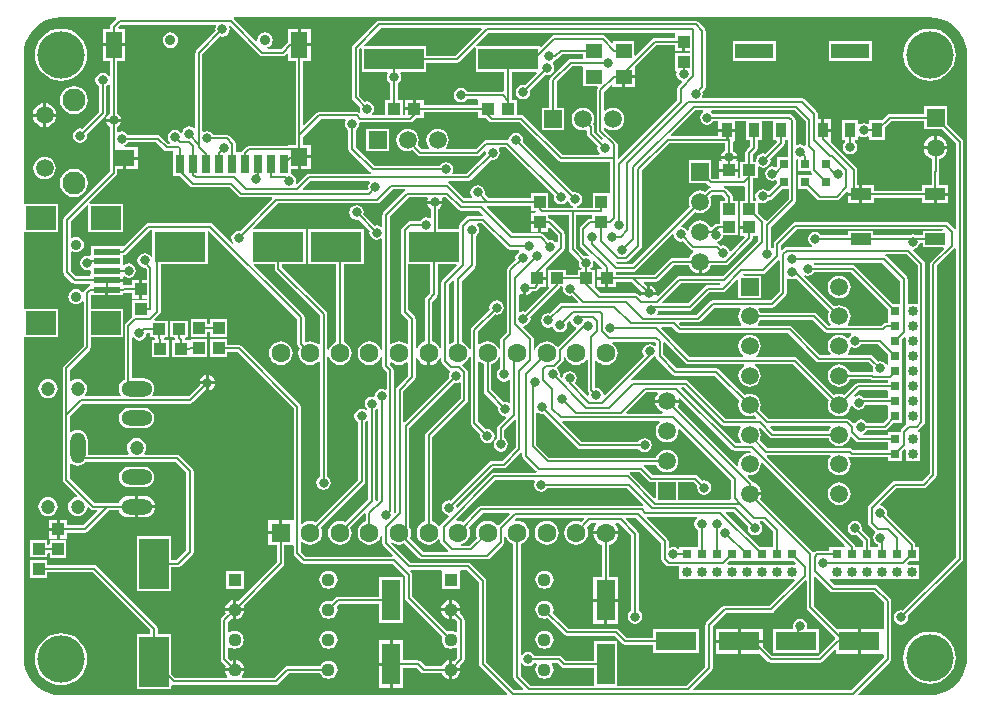
<source format=gtl>
G04 Layer_Physical_Order=1*
G04 Layer_Color=255*
%FSLAX44Y44*%
%MOMM*%
G71*
G01*
G75*
%ADD10R,1.4000X2.2000*%
%ADD11R,1.8000X1.4000*%
%ADD12R,1.4000X1.6000*%
%ADD13R,0.7000X1.6000*%
%ADD14R,2.5000X2.0000*%
%ADD15R,2.3000X0.5000*%
%ADD16R,1.0000X1.1000*%
%ADD17R,1.1000X1.0000*%
%ADD18R,4.3000X2.5000*%
%ADD19R,0.8000X0.8000*%
%ADD20R,0.8000X0.8000*%
%ADD21R,5.0800X1.7780*%
%ADD22R,3.2400X1.3100*%
%ADD23R,0.9300X1.3100*%
%ADD24R,1.4000X1.2000*%
%ADD25R,2.5000X4.3000*%
%ADD26R,1.6000X3.5000*%
%ADD27R,3.5000X1.6000*%
%ADD28R,1.7000X1.0000*%
%ADD29C,0.2000*%
%ADD30C,1.9500*%
%ADD31C,1.4980*%
%ADD32R,1.5000X1.5000*%
%ADD33C,1.5000*%
%ADD34C,0.9000*%
%ADD35C,1.2000*%
%ADD36O,2.6160X1.3080*%
%ADD37O,1.3080X2.6160*%
%ADD38C,1.6000*%
%ADD39R,1.6000X1.6000*%
%ADD40R,1.5000X1.5000*%
%ADD41C,4.0000*%
%ADD42C,1.1300*%
%ADD43R,1.1300X1.1300*%
%ADD44C,0.8000*%
G36*
X497067Y434848D02*
X497067Y434848D01*
X497300Y433677D01*
X497963Y432685D01*
X535421Y395227D01*
Y371124D01*
X534151Y370629D01*
X532423Y371955D01*
X529991Y372963D01*
X527380Y373306D01*
X524770Y372963D01*
X523759Y372544D01*
X522489Y373392D01*
Y393446D01*
X522256Y394617D01*
X521593Y395609D01*
X479485Y437717D01*
X479971Y438890D01*
X497067D01*
Y434848D01*
D02*
G37*
G36*
X820052Y371913D02*
Y369464D01*
X818782Y369151D01*
X816919Y370396D01*
X814578Y370862D01*
X812237Y370396D01*
X810252Y369070D01*
X808926Y367085D01*
X808460Y364744D01*
X808926Y362403D01*
X809797Y361099D01*
X776379Y327681D01*
X775161Y328259D01*
X774764Y330255D01*
X773438Y332240D01*
X771453Y333566D01*
X769112Y334031D01*
X769089Y334027D01*
X768107Y334833D01*
Y356792D01*
X769377Y357224D01*
X770248Y356088D01*
X772337Y354485D01*
X774770Y353477D01*
X777380Y353134D01*
X779991Y353477D01*
X782423Y354485D01*
X784512Y356088D01*
X786115Y358177D01*
X787123Y360610D01*
X787467Y363220D01*
X787123Y365830D01*
X786115Y368263D01*
X784512Y370352D01*
X782897Y371591D01*
X783328Y372861D01*
X819104D01*
X820052Y371913D01*
D02*
G37*
G36*
X1016470Y362354D02*
Y354680D01*
X1016470D01*
Y353980D01*
X1016363Y353647D01*
X1016216Y353526D01*
X1014522Y353774D01*
X1013976Y354592D01*
X1011991Y355918D01*
X1009650Y356384D01*
X1008156Y356086D01*
X1003431Y360811D01*
X1002439Y361474D01*
X1001268Y361707D01*
X1001268Y361707D01*
X982955D01*
X982328Y362977D01*
X983458Y364449D01*
X984415Y366760D01*
X984553Y367804D01*
X985710Y368328D01*
X986227Y367982D01*
X988568Y367517D01*
X990909Y367982D01*
X992894Y369308D01*
X993740Y370575D01*
X1008249D01*
X1016470Y362354D01*
D02*
G37*
G36*
X892025Y400547D02*
X890862Y399031D01*
X889904Y396720D01*
X889578Y394240D01*
X889904Y391760D01*
X890862Y389449D01*
X892269Y387615D01*
X891977Y386345D01*
X841499D01*
X839555Y388289D01*
X840041Y389462D01*
X855563D01*
X855563Y389462D01*
X856733Y389695D01*
X857726Y390358D01*
X869185Y401817D01*
X891427D01*
X892025Y400547D01*
D02*
G37*
G36*
X962529Y381377D02*
X962529Y381377D01*
X963521Y380714D01*
X964692Y380481D01*
X964692Y380481D01*
X985290D01*
X985437Y380273D01*
X985121Y378547D01*
X984242Y377960D01*
X983219Y376428D01*
X982648Y376245D01*
X981919Y376170D01*
X981670Y376219D01*
X979951Y377538D01*
X977640Y378495D01*
X975160Y378822D01*
X972680Y378495D01*
X970369Y377538D01*
X968384Y376015D01*
X966862Y374031D01*
X965904Y371720D01*
X965578Y369240D01*
X965904Y366760D01*
X966862Y364449D01*
X967991Y362977D01*
X967365Y361707D01*
X959101D01*
X935359Y385449D01*
X934367Y386112D01*
X933196Y386345D01*
X933196Y386345D01*
X906343D01*
X906051Y387615D01*
X907458Y389449D01*
X908176Y391181D01*
X952725D01*
X962529Y381377D01*
D02*
G37*
G36*
X649321Y424538D02*
Y372777D01*
X647337Y371955D01*
X645679Y370682D01*
X644409Y371245D01*
Y421422D01*
X648051Y425064D01*
X649321Y424538D01*
D02*
G37*
G36*
X693645Y206177D02*
X695248Y204088D01*
X697337Y202485D01*
X699321Y201663D01*
Y88576D01*
X699321Y88576D01*
X699554Y87405D01*
X700217Y86413D01*
X707658Y78972D01*
X707172Y77799D01*
X699957D01*
X676413Y101343D01*
Y170688D01*
X676413Y170688D01*
X676180Y171859D01*
X675517Y172851D01*
X675517Y172851D01*
X663325Y185043D01*
X662333Y185706D01*
X661162Y185939D01*
X661162Y185939D01*
X611883D01*
X595622Y202200D01*
X596461Y203157D01*
X597337Y202485D01*
X599769Y201477D01*
X602380Y201133D01*
X604990Y201477D01*
X606975Y202299D01*
X619667Y189607D01*
X620659Y188944D01*
X621830Y188711D01*
X621830Y188711D01*
X677164D01*
X677164Y188711D01*
X678335Y188944D01*
X679327Y189607D01*
X690757Y201037D01*
X691420Y202029D01*
X691653Y203200D01*
Y207668D01*
X692923Y207921D01*
X693645Y206177D01*
D02*
G37*
G36*
X628650Y352756D02*
X630131Y352951D01*
X632696Y354013D01*
X634897Y355703D01*
X636587Y357905D01*
X637021Y358954D01*
X638291Y358701D01*
Y356362D01*
X638291Y356362D01*
X638524Y355191D01*
X639187Y354199D01*
X644013Y349373D01*
X644013Y349373D01*
X645005Y348710D01*
X645110Y348689D01*
X645694Y347278D01*
X644842Y346003D01*
X644377Y343662D01*
X644674Y342168D01*
X607228Y304722D01*
X606055Y305208D01*
Y330965D01*
X615573Y340483D01*
X615573Y340483D01*
X616236Y341475D01*
X616469Y342646D01*
X616469Y342646D01*
Y358701D01*
X617739Y358954D01*
X618173Y357905D01*
X619863Y355703D01*
X622065Y354013D01*
X624628Y352951D01*
X626110Y352756D01*
Y363220D01*
X628650D01*
Y352756D01*
D02*
G37*
G36*
X838069Y381123D02*
X838069Y381123D01*
X839061Y380460D01*
X840232Y380227D01*
X931929D01*
X955671Y356485D01*
X956664Y355822D01*
X957834Y355589D01*
X1000001D01*
X1003830Y351760D01*
X1003532Y350266D01*
X1003915Y348342D01*
X1003213Y347419D01*
X1002938Y347242D01*
X1002650Y347299D01*
X1002650Y347299D01*
X984176D01*
X983458Y349031D01*
X981935Y351016D01*
X979951Y352538D01*
X977640Y353496D01*
X975160Y353822D01*
X972680Y353496D01*
X970369Y352538D01*
X968384Y351016D01*
X966862Y349031D01*
X965904Y346720D01*
X965578Y344240D01*
X965904Y341760D01*
X966862Y339449D01*
X968384Y337465D01*
X970369Y335942D01*
X972680Y334985D01*
X975160Y334658D01*
X977640Y334985D01*
X979951Y335942D01*
X981935Y337465D01*
X983458Y339449D01*
X984176Y341181D01*
X1001383D01*
X1001461Y341103D01*
X1001461Y341103D01*
X1002454Y340440D01*
X1003624Y340207D01*
X1016470D01*
Y338339D01*
X991200D01*
X991200Y338339D01*
X990029Y338106D01*
X989037Y337443D01*
X979372Y327778D01*
X977640Y328495D01*
X975160Y328822D01*
X972680Y328495D01*
X970948Y327778D01*
X939693Y359033D01*
X938700Y359696D01*
X937530Y359929D01*
X937530Y359929D01*
X904705D01*
X904286Y361199D01*
X905935Y362464D01*
X907458Y364449D01*
X908416Y366760D01*
X908742Y369240D01*
X908416Y371720D01*
X907458Y374031D01*
X905935Y376015D01*
X903951Y377538D01*
X901640Y378495D01*
X899160Y378822D01*
X896680Y378495D01*
X894369Y377538D01*
X892385Y376015D01*
X890862Y374031D01*
X889904Y371720D01*
X889578Y369240D01*
X889904Y366760D01*
X890862Y364449D01*
X892385Y362464D01*
X894034Y361199D01*
X893615Y359929D01*
X848608D01*
X824248Y384289D01*
X824734Y385462D01*
X833730D01*
X838069Y381123D01*
D02*
G37*
G36*
X628991Y414115D02*
X625217Y410341D01*
X624554Y409348D01*
X624321Y408178D01*
X624321Y408178D01*
Y373361D01*
X622065Y372427D01*
X619863Y370737D01*
X618173Y368535D01*
X617739Y367486D01*
X616469Y367739D01*
Y392176D01*
X616236Y393346D01*
X615573Y394339D01*
X615573Y394339D01*
X610373Y399539D01*
Y438350D01*
X628991D01*
Y414115D01*
D02*
G37*
G36*
X651512Y437177D02*
X639187Y424851D01*
X638524Y423859D01*
X638291Y422688D01*
X638291Y422688D01*
Y367739D01*
X637021Y367486D01*
X636587Y368535D01*
X634897Y370737D01*
X632696Y372427D01*
X630439Y373361D01*
Y406911D01*
X634213Y410685D01*
X634213Y410685D01*
X634876Y411678D01*
X635109Y412848D01*
Y438350D01*
X651026D01*
X651512Y437177D01*
D02*
G37*
G36*
X938221Y185213D02*
X937735Y184040D01*
X928370Y184040D01*
X927450Y184040D01*
X916590D01*
X915670Y184040D01*
X914750Y184040D01*
X903890D01*
X902970Y184040D01*
X902050Y184040D01*
X891190D01*
X890270Y184040D01*
X889350Y184040D01*
X880905D01*
X880419Y185213D01*
X882246Y187040D01*
X889920D01*
X889920Y187040D01*
X890620D01*
Y187040D01*
X891190Y187040D01*
X902620D01*
X902620Y187040D01*
X903320D01*
Y187040D01*
X903890Y187040D01*
X915320D01*
Y187040D01*
X916020D01*
Y187040D01*
X928020D01*
Y187040D01*
X928720D01*
Y187040D01*
X936394D01*
X938221Y185213D01*
D02*
G37*
G36*
X693939Y451735D02*
X694932Y451072D01*
X696102Y450839D01*
X696102Y450839D01*
X703857D01*
X704005Y450631D01*
X703689Y448905D01*
X702810Y448318D01*
X701484Y446333D01*
X701019Y443992D01*
X701316Y442497D01*
X694481Y435663D01*
X693818Y434670D01*
X693585Y433500D01*
X693585Y433500D01*
Y380802D01*
X688971Y376188D01*
X688308Y375196D01*
X688075Y374025D01*
X688075Y374025D01*
Y366849D01*
X686805Y366596D01*
X686115Y368263D01*
X684512Y370352D01*
X682423Y371955D01*
X679990Y372963D01*
X677380Y373306D01*
X674769Y372963D01*
X672337Y371955D01*
X670571Y370600D01*
X669301Y371058D01*
Y381765D01*
X683543Y396008D01*
X685038Y395710D01*
X687379Y396176D01*
X689364Y397502D01*
X690690Y399487D01*
X691155Y401828D01*
X690690Y404169D01*
X689364Y406154D01*
X687379Y407480D01*
X685038Y407946D01*
X682697Y407480D01*
X680712Y406154D01*
X679386Y404169D01*
X678921Y401828D01*
X679218Y400334D01*
X664079Y385195D01*
X663416Y384202D01*
X663183Y383032D01*
X663183Y383032D01*
Y366589D01*
X661913Y366336D01*
X661115Y368263D01*
X659512Y370352D01*
X657423Y371955D01*
X655439Y372777D01*
Y424452D01*
X666413Y435426D01*
X666413Y435426D01*
X667076Y436418D01*
X667309Y437589D01*
Y462552D01*
X668576Y463399D01*
X669902Y465384D01*
X670368Y467725D01*
X669902Y470066D01*
X668662Y471921D01*
X668981Y473191D01*
X672483D01*
X693939Y451735D01*
D02*
G37*
G36*
X746241Y451104D02*
X746241Y451104D01*
X746474Y449934D01*
X747137Y448941D01*
X754910Y441169D01*
X754613Y439674D01*
X755078Y437333D01*
X756404Y435348D01*
X756940Y434990D01*
X756555Y433720D01*
X753620D01*
Y429779D01*
X743710D01*
Y433720D01*
X728710D01*
Y419720D01*
X728949D01*
X729435Y418547D01*
X709138Y398250D01*
X707644Y398548D01*
X705303Y398082D01*
X704823Y397761D01*
X703702Y398360D01*
Y412747D01*
X704973Y413373D01*
X705616Y412879D01*
X707207Y412220D01*
X707644Y412163D01*
Y418592D01*
X710184D01*
Y412163D01*
X710621Y412220D01*
X712212Y412879D01*
X713578Y413928D01*
X714627Y415294D01*
X714726Y415533D01*
X717178D01*
X717178Y415533D01*
X718349Y415766D01*
X719341Y416429D01*
X721373Y418461D01*
X721853Y419180D01*
X727250D01*
Y425450D01*
X719210D01*
Y427990D01*
X727250D01*
Y434260D01*
X727250D01*
X726864Y435192D01*
X741811Y450138D01*
X741811Y450139D01*
X742474Y451131D01*
X742707Y452301D01*
X742707Y452301D01*
Y464142D01*
X742707Y464142D01*
X742474Y465312D01*
X741811Y466305D01*
X741811Y466305D01*
X731853Y476263D01*
X730860Y476926D01*
X729690Y477159D01*
X728900Y478042D01*
Y480303D01*
X746241D01*
Y451104D01*
D02*
G37*
G36*
X835223Y463341D02*
X835596Y461463D01*
X836922Y459478D01*
X838907Y458152D01*
X841248Y457687D01*
X842742Y457984D01*
X849499Y451227D01*
X849499Y451227D01*
X850491Y450564D01*
X851324Y450398D01*
X851665Y449509D01*
X851667Y449061D01*
X850089Y447851D01*
X848480Y445753D01*
X847650Y443749D01*
X833882D01*
X832711Y443516D01*
X831719Y442853D01*
X831719Y442853D01*
X818645Y429779D01*
X800862D01*
X800862Y429779D01*
X800862Y429779D01*
X786160D01*
Y432297D01*
X801116D01*
X801116Y432297D01*
X802287Y432530D01*
X803279Y433193D01*
X833945Y463859D01*
X835223Y463341D01*
D02*
G37*
G36*
X924549Y441552D02*
Y415287D01*
X917197Y407935D01*
X867918D01*
X867918Y407935D01*
X866748Y407702D01*
X865755Y407039D01*
X865755Y407039D01*
X854296Y395580D01*
X821764D01*
X821165Y396700D01*
X821500Y397201D01*
X821913Y399277D01*
X848360D01*
X848360Y399277D01*
X849530Y399510D01*
X850523Y400173D01*
X865121Y414771D01*
X876554D01*
X876554Y414771D01*
X877725Y415004D01*
X878717Y415667D01*
X888487Y425437D01*
X889660Y424951D01*
Y409740D01*
X908660D01*
Y428740D01*
X894701D01*
X894022Y430010D01*
X894192Y430265D01*
X910336D01*
X910336Y430265D01*
X911507Y430498D01*
X912499Y431161D01*
X923376Y442038D01*
X924549Y441552D01*
D02*
G37*
G36*
X765890Y477159D02*
X764032D01*
X762861Y476926D01*
X761869Y476263D01*
X761869Y476263D01*
X756393Y470787D01*
X755730Y469794D01*
X755497Y468624D01*
X755497Y468624D01*
Y455336D01*
X755497Y455336D01*
X755730Y454165D01*
X756393Y453173D01*
X762914Y446652D01*
X762288Y445482D01*
X760730Y445792D01*
X759236Y445494D01*
X752359Y452371D01*
Y480303D01*
X765890D01*
Y477159D01*
D02*
G37*
G36*
X393470Y445252D02*
X392200Y444867D01*
X391422Y446032D01*
X389437Y447358D01*
X387096Y447823D01*
X384755Y447358D01*
X382770Y446032D01*
X381444Y444047D01*
X380979Y441706D01*
X381444Y439365D01*
X382770Y437380D01*
X384755Y436054D01*
X387096Y435588D01*
X387319Y435633D01*
X388609Y434343D01*
Y425480D01*
X384810D01*
Y417440D01*
Y409400D01*
X388609D01*
Y407940D01*
X376540D01*
Y394009D01*
X371162Y388631D01*
X370499Y387639D01*
X370266Y386468D01*
X370266Y386468D01*
Y341048D01*
X369353Y340670D01*
X367569Y339301D01*
X366200Y337517D01*
X365340Y335439D01*
X365046Y333210D01*
X365340Y330980D01*
X366200Y328903D01*
X366951Y327925D01*
X366325Y326655D01*
X336781D01*
X336228Y327925D01*
X337188Y329175D01*
X337994Y331121D01*
X338269Y333210D01*
X337994Y335298D01*
X337188Y337244D01*
X335906Y338916D01*
X334235Y340198D01*
X332288Y341004D01*
X330200Y341279D01*
X328112Y341004D01*
X326166Y340198D01*
X324877Y339209D01*
X323607Y339725D01*
Y348999D01*
X340491Y365883D01*
X340491Y365883D01*
X341154Y366875D01*
X341387Y368046D01*
Y376570D01*
X368430D01*
Y400570D01*
X341387D01*
Y412030D01*
X353660D01*
Y417070D01*
X356200D01*
Y412030D01*
X368970D01*
Y414043D01*
X369978Y414244D01*
X370184Y414381D01*
X376000D01*
Y409400D01*
X382270D01*
Y417440D01*
Y425480D01*
X376000D01*
Y420499D01*
X369178D01*
X369178Y420499D01*
X368970Y420669D01*
Y423800D01*
X354930D01*
Y426340D01*
X368970D01*
Y427443D01*
X370240Y428122D01*
X371293Y427418D01*
X373634Y426953D01*
X375975Y427418D01*
X377960Y428744D01*
X379286Y430729D01*
X379752Y433070D01*
X379286Y435411D01*
X377960Y437396D01*
X375975Y438722D01*
X373634Y439188D01*
X371293Y438722D01*
X369700Y437658D01*
X368482Y438171D01*
X368430Y438220D01*
Y444851D01*
X368806Y446011D01*
X369977Y446244D01*
X370969Y446907D01*
X391411Y467349D01*
X393470D01*
Y445252D01*
D02*
G37*
G36*
X906261Y458213D02*
X876533Y428485D01*
X839689D01*
X838518Y428252D01*
X837526Y427589D01*
X837526Y427589D01*
X821256Y411319D01*
X820179Y412038D01*
X820188Y412059D01*
X820245Y412496D01*
X807387D01*
X807414Y412289D01*
X806870Y411852D01*
X806271Y411636D01*
X804915Y412993D01*
X803922Y413656D01*
X802752Y413889D01*
X802752Y413889D01*
X773197D01*
X768253Y418833D01*
X768620Y419720D01*
X768620D01*
Y433720D01*
X764905D01*
X764520Y434990D01*
X765056Y435348D01*
X766382Y437333D01*
X766848Y439674D01*
X766538Y441232D01*
X767708Y441857D01*
X774036Y435530D01*
X773510Y434260D01*
X770080D01*
Y427990D01*
X778120D01*
Y426720D01*
X779390D01*
Y419180D01*
X786160D01*
Y423661D01*
X799595D01*
X807543Y415713D01*
X807444Y415473D01*
X807387Y415036D01*
X812546D01*
Y420195D01*
X812109Y420138D01*
X811869Y420038D01*
X809420Y422488D01*
X809906Y423661D01*
X819912D01*
X819912Y423661D01*
X821083Y423894D01*
X822075Y424557D01*
X835149Y437631D01*
X847650D01*
X848480Y435627D01*
X850089Y433529D01*
X852187Y431920D01*
X854629Y430908D01*
X855980Y430731D01*
Y440690D01*
X858520D01*
Y430731D01*
X859871Y430908D01*
X862313Y431920D01*
X864411Y433529D01*
X866020Y435627D01*
X866850Y437631D01*
X879025D01*
X879025Y437631D01*
X880195Y437864D01*
X881188Y438527D01*
X900933Y458272D01*
X901596Y459264D01*
X901829Y460435D01*
Y462360D01*
X906261D01*
Y458213D01*
D02*
G37*
G36*
X1041643Y437645D02*
Y404780D01*
X1038181D01*
X1037590Y404897D01*
X1036999Y404780D01*
X1033029D01*
Y425958D01*
X1032796Y427128D01*
X1032133Y428121D01*
X1015115Y445139D01*
X1014186Y445759D01*
X1014170Y445854D01*
X1014677Y447029D01*
X1032259D01*
X1041643Y437645D01*
D02*
G37*
G36*
X1026911Y424691D02*
Y404780D01*
X1020796D01*
X988565Y437011D01*
X987572Y437674D01*
X986402Y437907D01*
X986402Y437907D01*
X954053D01*
X953521Y438746D01*
X954142Y439917D01*
X1011685D01*
X1026911Y424691D01*
D02*
G37*
G36*
X932887Y426148D02*
X935228Y425682D01*
X937569Y426148D01*
X938382Y426692D01*
X966622Y398452D01*
X965904Y396720D01*
X965578Y394240D01*
X965904Y391760D01*
X966862Y389449D01*
X968074Y387869D01*
X967537Y386599D01*
X965959D01*
X956155Y396403D01*
X955163Y397066D01*
X953992Y397299D01*
X953992Y397299D01*
X908176D01*
X907458Y399031D01*
X906295Y400547D01*
X906893Y401817D01*
X918464D01*
X918464Y401817D01*
X919634Y402050D01*
X920627Y402713D01*
X929771Y411857D01*
X930434Y412850D01*
X930667Y414020D01*
X930667Y414020D01*
Y426104D01*
X931937Y426783D01*
X932887Y426148D01*
D02*
G37*
G36*
X1016470Y400454D02*
Y392780D01*
X1016470D01*
Y392080D01*
X1016470D01*
Y389139D01*
X1014342D01*
X1013171Y388906D01*
X1012179Y388243D01*
X1012179Y388243D01*
X1010535Y386599D01*
X982782D01*
X982245Y387869D01*
X983458Y389449D01*
X984415Y391760D01*
X984742Y394240D01*
X984415Y396720D01*
X983458Y399031D01*
X981935Y401016D01*
X979951Y402538D01*
X977640Y403495D01*
X975160Y403822D01*
X972680Y403495D01*
X970948Y402778D01*
X945634Y428091D01*
X945644Y428115D01*
X946383Y429139D01*
X948436Y428731D01*
X950777Y429196D01*
X952762Y430522D01*
X953608Y431789D01*
X985135D01*
X1016470Y400454D01*
D02*
G37*
G36*
X741331Y418738D02*
X741151Y417830D01*
X741616Y415489D01*
X742942Y413504D01*
X744927Y412178D01*
X747268Y411712D01*
X748763Y412010D01*
X754049Y406723D01*
X753563Y405550D01*
X740311D01*
X740311Y405550D01*
X739140Y405317D01*
X738148Y404654D01*
X738148Y404654D01*
X730220Y396726D01*
X728726Y397024D01*
X726385Y396558D01*
X724400Y395232D01*
X723074Y393247D01*
X722608Y390906D01*
X723074Y388565D01*
X724400Y386580D01*
X726385Y385254D01*
X728726Y384789D01*
X731067Y385254D01*
X731673Y385659D01*
X732846Y385173D01*
X732980Y384501D01*
X734306Y382516D01*
X736291Y381190D01*
X738632Y380724D01*
X740973Y381190D01*
X742958Y382516D01*
X744284Y384501D01*
X744750Y386842D01*
X744452Y388336D01*
X746341Y390225D01*
X747719Y389807D01*
X747966Y388565D01*
X749292Y386580D01*
X751277Y385254D01*
X752060Y385098D01*
X752429Y383883D01*
X737290Y368744D01*
X737143Y368684D01*
X735637Y368886D01*
X734512Y370352D01*
X732423Y371955D01*
X729990Y372963D01*
X727380Y373306D01*
X724769Y372963D01*
X722337Y371955D01*
X720248Y370352D01*
X718645Y368263D01*
X717815Y366259D01*
X716545Y366512D01*
Y374904D01*
X716312Y376075D01*
X715649Y377067D01*
X715649Y377067D01*
X707589Y385127D01*
X708107Y386405D01*
X709985Y386778D01*
X711970Y388104D01*
X713296Y390089D01*
X713762Y392430D01*
X713464Y393924D01*
X738373Y418833D01*
X738965Y419720D01*
X740525D01*
X741331Y418738D01*
D02*
G37*
G36*
X874483Y421097D02*
X874344Y420889D01*
X863854D01*
X862683Y420656D01*
X861691Y419993D01*
X861691Y419993D01*
X847093Y405395D01*
X825643D01*
X825157Y406568D01*
X840956Y422367D01*
X873805D01*
X874483Y421097D01*
D02*
G37*
G36*
X721051Y312102D02*
X723392Y311637D01*
X724886Y311934D01*
X753741Y283079D01*
X753741Y283079D01*
X754733Y282416D01*
X755904Y282183D01*
X805088D01*
X805934Y280916D01*
X807919Y279590D01*
X810260Y279125D01*
X812601Y279590D01*
X814586Y280916D01*
X815912Y282901D01*
X816377Y285242D01*
X815912Y287583D01*
X814586Y289568D01*
X812601Y290894D01*
X810260Y291360D01*
X807919Y290894D01*
X805934Y289568D01*
X805088Y288301D01*
X757171D01*
X740790Y304682D01*
X741276Y305855D01*
X822924D01*
X823355Y304585D01*
X822535Y303955D01*
X821012Y301971D01*
X820054Y299660D01*
X819728Y297180D01*
X820054Y294700D01*
X821012Y292389D01*
X822535Y290404D01*
X824519Y288882D01*
X826830Y287924D01*
X829310Y287598D01*
X831790Y287924D01*
X834101Y288882D01*
X836085Y290404D01*
X837608Y292389D01*
X838566Y294700D01*
X838892Y297180D01*
X838731Y298401D01*
X839934Y298994D01*
X883436Y255492D01*
Y240504D01*
X883436Y240504D01*
X883494Y240208D01*
X882521Y238938D01*
X838810D01*
Y253989D01*
X851919D01*
X854986Y250923D01*
X854688Y249428D01*
X855154Y247087D01*
X856480Y245102D01*
X858465Y243776D01*
X860806Y243311D01*
X863147Y243776D01*
X865132Y245102D01*
X866458Y247087D01*
X866924Y249428D01*
X866458Y251769D01*
X865132Y253754D01*
X863147Y255080D01*
X860806Y255546D01*
X859312Y255248D01*
X855349Y259211D01*
X854357Y259874D01*
X853186Y260107D01*
X853186Y260107D01*
X817115D01*
X809771Y267451D01*
X809863Y268034D01*
X810226Y268721D01*
X820294D01*
X821012Y266989D01*
X822535Y265005D01*
X824519Y263482D01*
X826830Y262525D01*
X829310Y262198D01*
X831790Y262525D01*
X834101Y263482D01*
X836085Y265005D01*
X837608Y266989D01*
X838566Y269300D01*
X838892Y271780D01*
X838566Y274260D01*
X837608Y276571D01*
X836085Y278555D01*
X834101Y280078D01*
X831790Y281035D01*
X829310Y281362D01*
X826830Y281035D01*
X824519Y280078D01*
X822535Y278555D01*
X821012Y276571D01*
X820294Y274839D01*
X729499D01*
X718591Y285747D01*
Y312218D01*
X719861Y312897D01*
X721051Y312102D01*
D02*
G37*
G36*
X980371Y200213D02*
X980281Y199995D01*
X979520Y199040D01*
X978820D01*
Y199040D01*
X966820D01*
Y196099D01*
X956676D01*
X955505Y195866D01*
X954513Y195203D01*
X954084Y194774D01*
X953425Y194839D01*
X952620Y195106D01*
X908111Y239614D01*
X908942Y241619D01*
X909119Y242970D01*
X899160D01*
Y245510D01*
X909119D01*
X908942Y246861D01*
X907930Y249303D01*
X906321Y251400D01*
X904223Y253010D01*
X901953Y253950D01*
X901323Y254893D01*
X901323Y254893D01*
X897638Y258577D01*
X898232Y259780D01*
X899160Y259658D01*
X901640Y259984D01*
X903951Y260942D01*
X905935Y262465D01*
X907458Y264449D01*
X908416Y266760D01*
X908742Y269240D01*
X908620Y270168D01*
X909823Y270762D01*
X980371Y200213D01*
D02*
G37*
G36*
X813685Y254885D02*
X813685Y254885D01*
X814677Y254222D01*
X815848Y253989D01*
X819810D01*
Y240864D01*
X818637Y240378D01*
X798026Y260989D01*
X797858Y261101D01*
X798243Y262371D01*
X806199D01*
X813685Y254885D01*
D02*
G37*
G36*
X821519Y328919D02*
X820540Y327643D01*
X819528Y325201D01*
X819351Y323850D01*
X829310D01*
X839269D01*
X839127Y324929D01*
X839839Y325447D01*
X840265Y325587D01*
X884297Y281555D01*
X884297Y281555D01*
X885289Y280892D01*
X886460Y280659D01*
X899765D01*
X900367Y279894D01*
X899785Y278740D01*
X899160Y278822D01*
X896680Y278496D01*
X894369Y277538D01*
X892385Y276015D01*
X890862Y274031D01*
X889904Y271720D01*
X889578Y269240D01*
X889700Y268312D01*
X888497Y267718D01*
X838261Y317955D01*
X839092Y319959D01*
X839269Y321310D01*
X829310D01*
X819351D01*
X819528Y319959D01*
X820540Y317517D01*
X822149Y315419D01*
X824247Y313810D01*
X825617Y313243D01*
X825364Y311973D01*
X795478D01*
X794992Y313146D01*
X812035Y330189D01*
X820893D01*
X821519Y328919D01*
D02*
G37*
G36*
X1045890Y452790D02*
X1063083D01*
X1063569Y451617D01*
X1052445Y440492D01*
X1051782Y439500D01*
X1051549Y438329D01*
X1051549Y438329D01*
Y261363D01*
X1045213Y255027D01*
X1022096D01*
X1020925Y254794D01*
X1019933Y254131D01*
X1019933Y254131D01*
X1000375Y234573D01*
X999712Y233580D01*
X999479Y232410D01*
X999479Y232410D01*
Y219456D01*
X999479Y219456D01*
X999712Y218286D01*
X1000375Y217293D01*
X1005115Y212554D01*
X1005514Y211504D01*
X1005201Y210771D01*
X1004252Y209351D01*
X1003786Y207010D01*
X1004252Y204669D01*
X1005578Y202684D01*
X1007563Y201358D01*
X1007861Y201299D01*
Y199040D01*
X1004920D01*
Y199040D01*
X1004220D01*
Y199040D01*
X1001279D01*
Y205232D01*
X1001046Y206402D01*
X1000383Y207395D01*
X1000383Y207395D01*
X994134Y213643D01*
X994432Y215138D01*
X993966Y217479D01*
X992640Y219464D01*
X990655Y220790D01*
X988314Y221255D01*
X985973Y220790D01*
X983988Y219464D01*
X982662Y217479D01*
X982197Y215138D01*
X982662Y212797D01*
X983988Y210812D01*
X985973Y209486D01*
X988314Y209021D01*
X989809Y209318D01*
X995161Y203965D01*
Y199040D01*
X992220D01*
Y199040D01*
X991520D01*
Y199040D01*
X989756D01*
X988579Y199390D01*
X988346Y200560D01*
X987683Y201553D01*
X913656Y275579D01*
X914183Y276849D01*
X967482D01*
X968050Y275579D01*
X966862Y274031D01*
X965904Y271720D01*
X965578Y269240D01*
X965904Y266760D01*
X966862Y264449D01*
X968384Y262465D01*
X970369Y260942D01*
X972680Y259984D01*
X975160Y259658D01*
X977640Y259984D01*
X979951Y260942D01*
X981935Y262465D01*
X983458Y264449D01*
X984415Y266760D01*
X984742Y269240D01*
X984415Y271720D01*
X983458Y274031D01*
X982491Y275291D01*
X983448Y276130D01*
X983611Y275967D01*
X984604Y275304D01*
X985774Y275071D01*
X985774Y275071D01*
X1016470D01*
Y272130D01*
X1028470D01*
Y279804D01*
X1030297Y281631D01*
X1031470Y281145D01*
Y272130D01*
X1036999D01*
X1037590Y272013D01*
X1038181Y272130D01*
X1043470D01*
Y276936D01*
X1043708Y278130D01*
X1043470Y279324D01*
Y284130D01*
X1043470D01*
Y284830D01*
X1043470D01*
Y289636D01*
X1043708Y290830D01*
X1043470Y292024D01*
Y296830D01*
X1041865D01*
X1041740Y298100D01*
X1042063Y298164D01*
X1043055Y298827D01*
X1046865Y302637D01*
X1047528Y303629D01*
X1047761Y304800D01*
X1047761Y304800D01*
Y438912D01*
X1047761Y438912D01*
X1047528Y440083D01*
X1046865Y441075D01*
X1037593Y450347D01*
X1038011Y451725D01*
X1039677Y452056D01*
X1041662Y453382D01*
X1042988Y455367D01*
X1043259Y456731D01*
X1045890D01*
Y452790D01*
D02*
G37*
G36*
X706871Y278601D02*
Y276352D01*
X706871Y276352D01*
X707104Y275182D01*
X707767Y274189D01*
X718689Y263267D01*
X718857Y263155D01*
X718472Y261885D01*
X682752D01*
X682752Y261885D01*
X681581Y261652D01*
X680589Y260989D01*
X680589Y260989D01*
X652034Y232434D01*
X650944Y232876D01*
X650693Y234125D01*
X682241Y265673D01*
X690880D01*
X690880Y265673D01*
X692050Y265906D01*
X693043Y266569D01*
X705601Y279128D01*
X706871Y278601D01*
D02*
G37*
G36*
X597337Y354485D02*
X599769Y353477D01*
X602380Y353134D01*
X604990Y353477D01*
X607423Y354485D01*
X609081Y355757D01*
X610351Y355195D01*
Y343913D01*
X600833Y334395D01*
X600170Y333402D01*
X599937Y332232D01*
X599937Y332232D01*
Y229105D01*
X598596Y227764D01*
X597610Y228574D01*
X597694Y228699D01*
X597927Y229870D01*
X597927Y229870D01*
Y348742D01*
X597927Y348742D01*
X597694Y349912D01*
X597031Y350905D01*
X594371Y353565D01*
Y355260D01*
X595641Y355786D01*
X597337Y354485D01*
D02*
G37*
G36*
X696038Y226654D02*
X686818Y217433D01*
X685285Y217345D01*
X684512Y218352D01*
X682423Y219955D01*
X679990Y220962D01*
X677380Y221306D01*
X674769Y220962D01*
X672337Y219955D01*
X670248Y218352D01*
X668645Y216263D01*
X667637Y213830D01*
X667294Y211220D01*
X667637Y208609D01*
X668459Y206625D01*
X661997Y200163D01*
X654736D01*
X654653Y201433D01*
X654991Y201477D01*
X657423Y202485D01*
X659512Y204088D01*
X661115Y206177D01*
X662123Y208609D01*
X662467Y211220D01*
X662123Y213830D01*
X661301Y215815D01*
X673313Y227827D01*
X695552D01*
X696038Y226654D01*
D02*
G37*
G36*
X824473Y202695D02*
Y188976D01*
X824473Y188976D01*
X824706Y187806D01*
X825369Y186813D01*
X828417Y183765D01*
X828417Y183765D01*
X829409Y183102D01*
X830580Y182869D01*
X830580Y182869D01*
X839820D01*
Y178391D01*
X839703Y177800D01*
X839820Y177209D01*
Y172040D01*
X844024D01*
X845820Y171682D01*
X847617Y172040D01*
X851820D01*
Y172040D01*
X852520D01*
Y172040D01*
X856723D01*
X858520Y171682D01*
X860316Y172040D01*
X864520D01*
Y172040D01*
X865220D01*
Y172040D01*
X869424D01*
X871220Y171682D01*
X873017Y172040D01*
X877220D01*
Y172040D01*
X877920D01*
Y172040D01*
X882123D01*
X883920Y171682D01*
X885716Y172040D01*
X890270Y172040D01*
X891190Y172040D01*
X894824D01*
X896620Y171682D01*
X898417Y172040D01*
X902970Y172040D01*
X903890Y172040D01*
X907523D01*
X909320Y171682D01*
X911116Y172040D01*
X915670Y172040D01*
X916590Y172040D01*
X920223D01*
X922020Y171682D01*
X923817Y172040D01*
X928370Y172040D01*
X929290Y172040D01*
X932924D01*
X934720Y171682D01*
X936516Y172040D01*
X937199D01*
X937685Y170867D01*
X916181Y149363D01*
X878078D01*
X876908Y149130D01*
X875915Y148467D01*
X862707Y135259D01*
X862044Y134267D01*
X861811Y133096D01*
X861811Y133096D01*
Y97787D01*
X845823Y81799D01*
X787240D01*
Y119500D01*
X767240D01*
Y102881D01*
X743709D01*
X740287Y106303D01*
X739295Y106966D01*
X738124Y107199D01*
X738124Y107199D01*
X716880D01*
X716034Y108466D01*
X714049Y109792D01*
X711708Y110258D01*
X709367Y109792D01*
X707382Y108466D01*
X706709Y107458D01*
X705439Y107843D01*
Y201663D01*
X707423Y202485D01*
X709512Y204088D01*
X711115Y206177D01*
X712123Y208609D01*
X712466Y211220D01*
X712123Y213830D01*
X711115Y216263D01*
X709512Y218352D01*
X707423Y219955D01*
X704991Y220962D01*
X702380Y221306D01*
X700949Y221118D01*
X700356Y222321D01*
X701799Y223763D01*
X758938D01*
X759424Y222590D01*
X756975Y220140D01*
X754990Y220962D01*
X752380Y221306D01*
X749770Y220962D01*
X747337Y219955D01*
X745248Y218352D01*
X743645Y216263D01*
X742637Y213830D01*
X742294Y211220D01*
X742637Y208609D01*
X743645Y206177D01*
X745248Y204088D01*
X747337Y202485D01*
X749770Y201477D01*
X752380Y201133D01*
X754990Y201477D01*
X757423Y202485D01*
X759512Y204088D01*
X761115Y206177D01*
X762123Y208609D01*
X762466Y211220D01*
X762123Y213830D01*
X761301Y215815D01*
X764931Y219445D01*
X768806D01*
X769432Y218175D01*
X768174Y216535D01*
X767112Y213971D01*
X766916Y212490D01*
X777380D01*
X787844D01*
X787649Y213971D01*
X786587Y216535D01*
X785329Y218175D01*
X785955Y219445D01*
X788673D01*
X799073Y209045D01*
Y145380D01*
X797806Y144534D01*
X796480Y142549D01*
X796014Y140208D01*
X796480Y137867D01*
X797806Y135882D01*
X799791Y134556D01*
X802132Y134090D01*
X804473Y134556D01*
X806458Y135882D01*
X807784Y137867D01*
X808250Y140208D01*
X807784Y142549D01*
X806458Y144534D01*
X805191Y145380D01*
Y210312D01*
X805191Y210312D01*
X804958Y211483D01*
X804295Y212475D01*
X804295Y212475D01*
X794180Y222590D01*
X794666Y223763D01*
X803405D01*
X824473Y202695D01*
D02*
G37*
G36*
X663183Y359851D02*
Y304024D01*
X663183Y304024D01*
X663416Y302854D01*
X664079Y301861D01*
X671344Y294597D01*
X671047Y293102D01*
X671512Y290761D01*
X672838Y288776D01*
X674823Y287450D01*
X677164Y286985D01*
X679505Y287450D01*
X681490Y288776D01*
X682816Y290761D01*
X683281Y293102D01*
X682816Y295443D01*
X681490Y297428D01*
X679505Y298754D01*
X677164Y299220D01*
X675669Y298923D01*
X669301Y305291D01*
Y355382D01*
X670571Y355840D01*
X672337Y354485D01*
X674321Y353663D01*
Y330796D01*
X674321Y330796D01*
X674554Y329625D01*
X675217Y328633D01*
X686584Y317266D01*
X686286Y315772D01*
X686752Y313431D01*
X688078Y311446D01*
X690063Y310120D01*
X692404Y309654D01*
X692504Y309674D01*
X693102Y308554D01*
X686431Y301883D01*
X685768Y300891D01*
X685535Y299720D01*
X685535Y299720D01*
Y291176D01*
X684268Y290330D01*
X682942Y288345D01*
X682477Y286004D01*
X682942Y283663D01*
X684268Y281678D01*
X686253Y280352D01*
X688594Y279886D01*
X690935Y280352D01*
X692920Y281678D01*
X694246Y283663D01*
X694712Y286004D01*
X694246Y288345D01*
X692920Y290330D01*
X691653Y291176D01*
Y298453D01*
X699856Y306656D01*
X701029Y306170D01*
Y283207D01*
X689613Y271791D01*
X680974D01*
X679803Y271558D01*
X678811Y270895D01*
X646226Y238309D01*
X644731Y238607D01*
X642390Y238141D01*
X640406Y236815D01*
X639079Y234830D01*
X638614Y232489D01*
X639079Y230148D01*
X640406Y228164D01*
X642390Y226837D01*
X644268Y226464D01*
X644787Y225186D01*
X637917Y218317D01*
X637254Y217325D01*
X637165Y216877D01*
X635824Y216643D01*
X634512Y218352D01*
X632423Y219955D01*
X630439Y220777D01*
Y292357D01*
X659769Y321687D01*
X660432Y322679D01*
X660665Y323850D01*
Y346964D01*
X660432Y348135D01*
X659769Y349127D01*
X659769Y349127D01*
X656101Y352794D01*
X656349Y354040D01*
X657423Y354485D01*
X659512Y356088D01*
X661115Y358177D01*
X661913Y360104D01*
X663183Y359851D01*
D02*
G37*
G36*
X584697Y315603D02*
Y239265D01*
X583703Y238270D01*
X582433Y238797D01*
Y315353D01*
X583428Y316040D01*
X584697Y315603D01*
D02*
G37*
G36*
X717628Y254647D02*
X717232Y254055D01*
X716767Y251714D01*
X717232Y249373D01*
X718558Y247388D01*
X720543Y246062D01*
X722884Y245597D01*
X725225Y246062D01*
X727210Y247388D01*
X728056Y248655D01*
X795509D01*
X809202Y234961D01*
X808577Y233791D01*
X807803Y233945D01*
X807803Y233945D01*
X672047D01*
X672046Y233945D01*
X670876Y233712D01*
X669883Y233049D01*
X656975Y220140D01*
X654991Y220962D01*
X652380Y221306D01*
X651198Y221150D01*
X650605Y222353D01*
X684019Y255767D01*
X717029D01*
X717628Y254647D01*
D02*
G37*
G36*
X916301Y292077D02*
X917293Y291414D01*
X918464Y291181D01*
X966144D01*
X966862Y289449D01*
X968384Y287465D01*
X970369Y285942D01*
X972680Y284985D01*
X975160Y284658D01*
X977640Y284985D01*
X979951Y285942D01*
X981935Y287465D01*
X983458Y289449D01*
X984415Y291760D01*
X984441Y291955D01*
X985643Y292363D01*
X989339Y288667D01*
X990332Y288004D01*
X991502Y287771D01*
X1016470D01*
Y284830D01*
X1016470Y284830D01*
Y284130D01*
X1016470D01*
X1016470Y283560D01*
Y281189D01*
X987041D01*
X986159Y282071D01*
X985166Y282734D01*
X983996Y282967D01*
X983996Y282967D01*
X914759D01*
X907698Y290028D01*
X908416Y291760D01*
X908742Y294240D01*
X908416Y296720D01*
X907458Y299031D01*
X907151Y299431D01*
X908108Y300270D01*
X916301Y292077D01*
D02*
G37*
G36*
X743645Y358177D02*
X745248Y356088D01*
X747337Y354485D01*
X749770Y353477D01*
X752380Y353134D01*
X754990Y353477D01*
X757423Y354485D01*
X759512Y356088D01*
X760719Y357661D01*
X761989Y357230D01*
Y331978D01*
X761989Y331978D01*
X762222Y330807D01*
X762885Y329815D01*
X763292Y329408D01*
X762995Y327914D01*
X763046Y327656D01*
X761875Y327030D01*
X751191Y337715D01*
X752412Y339543D01*
X752878Y341884D01*
X752412Y344225D01*
X751086Y346210D01*
X749101Y347536D01*
X746760Y348002D01*
X744419Y347536D01*
X742434Y346210D01*
X741108Y344225D01*
X740861Y342983D01*
X739483Y342565D01*
X738356Y343691D01*
X738653Y345186D01*
X738188Y347527D01*
X736862Y349512D01*
X736481Y349766D01*
X736356Y351030D01*
X740795Y355469D01*
X740795Y355469D01*
X741458Y356461D01*
X741691Y357632D01*
X741691Y357632D01*
Y359576D01*
X742961Y359829D01*
X743645Y358177D01*
D02*
G37*
G36*
X1016470Y331323D02*
X1016470Y328930D01*
X1016470Y328010D01*
Y325639D01*
X995937D01*
X993957Y326962D01*
X991616Y327427D01*
X989275Y326962D01*
X988457Y326416D01*
X987648Y327402D01*
X992467Y332221D01*
X1015572D01*
X1016470Y331323D01*
D02*
G37*
G36*
X576315Y305494D02*
Y239481D01*
X556975Y220140D01*
X554990Y220962D01*
X552380Y221306D01*
X549769Y220962D01*
X547337Y219955D01*
X545248Y218352D01*
X543645Y216263D01*
X542637Y213830D01*
X542294Y211220D01*
X542637Y208609D01*
X543645Y206177D01*
X545248Y204088D01*
X547337Y202485D01*
X549769Y201477D01*
X552380Y201133D01*
X554990Y201477D01*
X557423Y202485D01*
X559512Y204088D01*
X561115Y206177D01*
X562122Y208609D01*
X562466Y211220D01*
X562122Y213830D01*
X561301Y215815D01*
X573051Y227565D01*
X574321Y227039D01*
Y220777D01*
X572337Y219955D01*
X570248Y218352D01*
X568645Y216263D01*
X567637Y213830D01*
X567294Y211220D01*
X567637Y208609D01*
X568645Y206177D01*
X570248Y204088D01*
X572337Y202485D01*
X574770Y201477D01*
X577380Y201133D01*
X579991Y201477D01*
X582423Y202485D01*
X584512Y204088D01*
X586115Y206177D01*
X586983Y208273D01*
X588253Y208020D01*
Y202184D01*
X588253Y202184D01*
X588486Y201014D01*
X589149Y200021D01*
X596978Y192192D01*
X596492Y191019D01*
X523237D01*
X519187Y195069D01*
Y203579D01*
X520457Y203928D01*
X522337Y202485D01*
X524770Y201477D01*
X527380Y201133D01*
X529991Y201477D01*
X532423Y202485D01*
X534512Y204088D01*
X536115Y206177D01*
X537123Y208609D01*
X537467Y211220D01*
X537123Y213830D01*
X536301Y215815D01*
X572901Y252415D01*
X572901Y252415D01*
X573564Y253407D01*
X573797Y254578D01*
X573797Y254578D01*
Y304962D01*
X575064Y305808D01*
X575100Y305862D01*
X576315Y305494D01*
D02*
G37*
G36*
X855369Y223551D02*
X854194Y222766D01*
X852868Y220781D01*
X852402Y218440D01*
X852868Y216099D01*
X854194Y214114D01*
X855461Y213268D01*
Y199040D01*
X852520D01*
Y199040D01*
X851820D01*
Y199040D01*
X839820D01*
Y198209D01*
X839814Y198202D01*
X838550Y197646D01*
X836985Y198692D01*
X834644Y199158D01*
X832303Y198692D01*
X831711Y198296D01*
X830591Y198895D01*
Y203962D01*
X830358Y205133D01*
X829695Y206125D01*
X829695Y206125D01*
X812172Y223648D01*
X812658Y224821D01*
X854984D01*
X855369Y223551D01*
D02*
G37*
G36*
X654547Y337807D02*
Y325117D01*
X625217Y295787D01*
X624554Y294795D01*
X624321Y293624D01*
X624321Y293624D01*
Y220777D01*
X622337Y219955D01*
X620248Y218352D01*
X618645Y216263D01*
X617637Y213830D01*
X617294Y211220D01*
X617637Y208609D01*
X618645Y206177D01*
X620248Y204088D01*
X622337Y202485D01*
X624770Y201477D01*
X627380Y201133D01*
X629991Y201477D01*
X632423Y202485D01*
X634512Y204088D01*
X635751Y205703D01*
X637021Y205271D01*
Y204470D01*
X637021Y204470D01*
X637254Y203300D01*
X637917Y202307D01*
X644126Y196099D01*
X643599Y194829D01*
X623097D01*
X611300Y206625D01*
X612122Y208609D01*
X612466Y211220D01*
X612122Y213830D01*
X611115Y216263D01*
X611027Y216377D01*
X611135Y216916D01*
X611135Y216916D01*
Y299977D01*
X648999Y337842D01*
X650494Y337545D01*
X652835Y338010D01*
X653427Y338406D01*
X654547Y337807D01*
D02*
G37*
G36*
X897912Y216632D02*
X897615Y215138D01*
X898080Y212797D01*
X899406Y210812D01*
X901391Y209486D01*
X903732Y209021D01*
X906073Y209486D01*
X908058Y210812D01*
X909384Y212797D01*
X909849Y215138D01*
X909384Y217479D01*
X908058Y219464D01*
X908004Y219500D01*
X908372Y220715D01*
X910847D01*
X918961Y212601D01*
Y199040D01*
X916020D01*
Y199040D01*
X915320D01*
Y199040D01*
X907646D01*
X879038Y227648D01*
X879524Y228821D01*
X885723D01*
X897912Y216632D01*
D02*
G37*
G36*
X1031470Y376395D02*
Y367380D01*
X1031470D01*
Y366680D01*
X1031470D01*
Y354680D01*
X1031470D01*
Y353980D01*
X1031470D01*
Y341980D01*
X1031470D01*
Y341280D01*
X1031470D01*
Y329280D01*
X1031470D01*
Y328580D01*
X1031470D01*
Y316580D01*
X1031470D01*
Y315880D01*
X1031470D01*
Y303880D01*
X1031470D01*
X1031836Y302610D01*
X1027807Y298581D01*
X1027144Y297589D01*
X1026993Y296830D01*
X1016470D01*
Y293889D01*
X994958D01*
X994833Y295159D01*
X995735Y295338D01*
X997720Y296664D01*
X998566Y297931D01*
X1013580D01*
X1013580Y297931D01*
X1014750Y298164D01*
X1015743Y298827D01*
X1020796Y303880D01*
X1028470D01*
Y315310D01*
X1028470Y316230D01*
X1028470Y317150D01*
Y328010D01*
X1028470Y328930D01*
X1028470Y329850D01*
Y341280D01*
X1028470Y341280D01*
Y341980D01*
X1028470D01*
X1028470Y342550D01*
Y353980D01*
X1028470D01*
Y354680D01*
X1028470D01*
Y366110D01*
X1028470Y366680D01*
X1028470D01*
Y367380D01*
X1028470D01*
Y375054D01*
X1030297Y376881D01*
X1031470Y376395D01*
D02*
G37*
G36*
X967967Y300471D02*
X966862Y299031D01*
X966144Y297299D01*
X919731D01*
X916462Y300568D01*
X916948Y301741D01*
X967340D01*
X967967Y300471D01*
D02*
G37*
G36*
X875490Y302637D02*
X875490Y302637D01*
X876483Y301974D01*
X877653Y301741D01*
X877653Y301741D01*
X891340D01*
X891967Y300471D01*
X890862Y299031D01*
X889904Y296720D01*
X889578Y294240D01*
X889904Y291760D01*
X890862Y289449D01*
X891938Y288047D01*
X891312Y286777D01*
X887727D01*
X841279Y333225D01*
X841765Y334398D01*
X843729D01*
X875490Y302637D01*
D02*
G37*
G36*
X688075Y359591D02*
Y350358D01*
X686808Y349512D01*
X685482Y347527D01*
X685016Y345186D01*
X685482Y342845D01*
X686808Y340860D01*
X688793Y339534D01*
X691134Y339068D01*
X693475Y339534D01*
X695187Y340678D01*
X696457Y340241D01*
Y321627D01*
X695337Y321028D01*
X694745Y321424D01*
X692404Y321889D01*
X690910Y321592D01*
X680439Y332063D01*
Y353663D01*
X682423Y354485D01*
X684512Y356088D01*
X686115Y358177D01*
X686805Y359844D01*
X688075Y359591D01*
D02*
G37*
G36*
X819336Y360276D02*
X820156Y360006D01*
X820284Y359359D01*
X820947Y358367D01*
X834259Y345055D01*
X835251Y344392D01*
X836422Y344159D01*
X869915D01*
X890622Y323452D01*
X889904Y321720D01*
X889578Y319240D01*
X889904Y316760D01*
X890862Y314449D01*
X892385Y312464D01*
X894369Y310942D01*
X896680Y309984D01*
X899160Y309658D01*
X901640Y309984D01*
X903372Y310702D01*
X905042Y309032D01*
X904556Y307859D01*
X878920D01*
X847159Y339620D01*
X846167Y340283D01*
X844996Y340516D01*
X844996Y340516D01*
X800656D01*
X800656Y340516D01*
X799485Y340283D01*
X799317Y340171D01*
X798507Y341157D01*
X816324Y358974D01*
X816919Y359092D01*
X818822Y360364D01*
X819336Y360276D01*
D02*
G37*
G36*
X845179Y354707D02*
X846171Y354044D01*
X847342Y353811D01*
X894123D01*
X894376Y352541D01*
X894369Y352538D01*
X892385Y351016D01*
X890862Y349031D01*
X889904Y346720D01*
X889578Y344240D01*
X889904Y341760D01*
X890862Y339449D01*
X892385Y337465D01*
X894369Y335942D01*
X896680Y334985D01*
X899160Y334658D01*
X901640Y334985D01*
X903951Y335942D01*
X905935Y337465D01*
X907458Y339449D01*
X908416Y341760D01*
X908742Y344240D01*
X908416Y346720D01*
X907458Y349031D01*
X905935Y351016D01*
X903951Y352538D01*
X903944Y352541D01*
X904197Y353811D01*
X936263D01*
X966622Y323452D01*
X965904Y321720D01*
X965578Y319240D01*
X965904Y316760D01*
X966862Y314449D01*
X968384Y312464D01*
X970369Y310942D01*
X972680Y309984D01*
X975160Y309658D01*
X977640Y309984D01*
X979951Y310942D01*
X981935Y312464D01*
X983458Y314449D01*
X984415Y316760D01*
X984690Y318844D01*
X985879Y318958D01*
X985983Y318940D01*
X987290Y316984D01*
X989275Y315658D01*
X991616Y315193D01*
X993957Y315658D01*
X995942Y316984D01*
X997268Y318969D01*
X997378Y319521D01*
X1015572D01*
X1016470Y318623D01*
X1016470Y316230D01*
X1016470Y315310D01*
Y308206D01*
X1012313Y304049D01*
X998566D01*
X997720Y305316D01*
X995735Y306642D01*
X993394Y307108D01*
X991053Y306642D01*
X989068Y305316D01*
X988321Y304197D01*
X986686Y304036D01*
X983759Y306963D01*
X982767Y307626D01*
X981596Y307859D01*
X981596Y307859D01*
X914867D01*
X907698Y315028D01*
X908416Y316760D01*
X908742Y319240D01*
X908416Y321720D01*
X907458Y324031D01*
X905935Y326015D01*
X903951Y327538D01*
X901640Y328495D01*
X899160Y328822D01*
X896680Y328495D01*
X894948Y327778D01*
X873345Y349381D01*
X872352Y350044D01*
X871182Y350277D01*
X871182Y350277D01*
X837689D01*
X826169Y361797D01*
Y371921D01*
X827439Y372447D01*
X845179Y354707D01*
D02*
G37*
G36*
X932027Y529120D02*
X922370D01*
Y521446D01*
X921334Y520410D01*
X920805Y520764D01*
X918464Y521230D01*
X916123Y520764D01*
X914138Y519438D01*
X912812Y517453D01*
X912346Y515112D01*
X912812Y512771D01*
X914138Y510786D01*
X916123Y509460D01*
X918464Y508994D01*
X920805Y509460D01*
X921250Y509757D01*
X922370Y509159D01*
Y506446D01*
X916031Y500106D01*
X914767Y500231D01*
X914662Y500388D01*
X912677Y501714D01*
X910336Y502179D01*
X907995Y501714D01*
X906010Y500388D01*
X904684Y498403D01*
X904219Y496062D01*
X904684Y493721D01*
X904992Y493260D01*
X904393Y492140D01*
X901829D01*
Y511160D01*
X906270D01*
Y520601D01*
X907540Y521280D01*
X908503Y520636D01*
X910844Y520171D01*
X913185Y520636D01*
X915170Y521962D01*
X916496Y523947D01*
X916962Y526288D01*
X916664Y527783D01*
X928033Y539151D01*
X928033Y539151D01*
X928696Y540144D01*
X928929Y541314D01*
Y543470D01*
X932027D01*
Y529120D01*
D02*
G37*
G36*
X733574Y496795D02*
X733277Y495300D01*
X733742Y492959D01*
X735068Y490974D01*
X737053Y489648D01*
X739394Y489183D01*
X741735Y489648D01*
X743720Y490974D01*
X744467Y492093D01*
X745816Y491825D01*
X745946Y491169D01*
X747272Y489184D01*
X749257Y487858D01*
X750098Y487691D01*
X749972Y486421D01*
X728360D01*
Y498600D01*
X714360D01*
Y494159D01*
X678431D01*
X674856Y497733D01*
X675154Y499228D01*
X674688Y501569D01*
X673362Y503554D01*
X671377Y504880D01*
X669036Y505345D01*
X666695Y504880D01*
X664710Y503554D01*
X663384Y501569D01*
X662918Y499228D01*
X663384Y496887D01*
X664358Y495429D01*
X663711Y494159D01*
X657739D01*
X644783Y507115D01*
X644067Y507593D01*
X644350Y508863D01*
X660845D01*
X660845Y508863D01*
X662016Y509096D01*
X663008Y509759D01*
X680321Y527072D01*
X681816Y526774D01*
X684157Y527240D01*
X686142Y528566D01*
X687468Y530551D01*
X687933Y532892D01*
X687468Y535233D01*
X686833Y536183D01*
X687512Y537453D01*
X692915D01*
X733574Y496795D01*
D02*
G37*
G36*
X859990Y567584D02*
X859020Y566936D01*
X857694Y564951D01*
X857228Y562610D01*
X857694Y560269D01*
X859020Y558284D01*
X861005Y556958D01*
X863346Y556493D01*
X865687Y556958D01*
X867672Y558284D01*
X868518Y559551D01*
X872880D01*
Y553290D01*
X887260D01*
Y559551D01*
X896320D01*
Y543470D01*
X899911D01*
Y538359D01*
X896607Y535055D01*
X895944Y534062D01*
X895711Y532892D01*
X895711Y532892D01*
Y525160D01*
X891270D01*
Y512535D01*
X890000Y511891D01*
X889810Y512030D01*
Y516890D01*
X881770D01*
X873730D01*
Y510805D01*
X867661D01*
X866750Y511716D01*
Y526390D01*
X847750D01*
Y507390D01*
X862424D01*
X864231Y505583D01*
X865223Y504920D01*
X866141Y503443D01*
X866140Y503439D01*
X864969Y503206D01*
X863977Y502543D01*
X863977Y502543D01*
X861462Y500028D01*
X859730Y500746D01*
X857250Y501072D01*
X854770Y500746D01*
X852459Y499788D01*
X850474Y498265D01*
X848952Y496281D01*
X847995Y493970D01*
X847668Y491490D01*
X847995Y489010D01*
X848712Y487278D01*
X799849Y438415D01*
X787397D01*
X785958Y439854D01*
X786172Y440299D01*
X786707Y440901D01*
X787654Y440713D01*
X787654Y440713D01*
X794545D01*
X794546Y440713D01*
X795716Y440946D01*
X796708Y441609D01*
X807089Y451989D01*
X807089Y451989D01*
X807752Y452981D01*
X807985Y454152D01*
X807985Y454152D01*
Y517915D01*
X831039Y540969D01*
X878711D01*
Y534776D01*
X878472Y534677D01*
X877106Y533629D01*
X876058Y532262D01*
X875398Y530671D01*
X875341Y530234D01*
X888199D01*
X888142Y530671D01*
X887483Y532262D01*
X886434Y533629D01*
X885068Y534677D01*
X884829Y534776D01*
Y542328D01*
X885960Y542930D01*
X887260D01*
Y550750D01*
X872880D01*
Y547087D01*
X833159D01*
X832673Y548260D01*
X853267Y568854D01*
X859605D01*
X859990Y567584D01*
D02*
G37*
G36*
X758080Y612151D02*
X747776D01*
X747776Y612151D01*
X746606Y611918D01*
X745613Y611255D01*
X730627Y596269D01*
X729964Y595276D01*
X729731Y594106D01*
X729731Y594106D01*
Y570840D01*
X723290D01*
Y551840D01*
X742290D01*
Y570840D01*
X735849D01*
Y592839D01*
X749043Y606033D01*
X757101D01*
X758080Y605330D01*
Y589330D01*
X770367D01*
X770853Y588157D01*
X770759Y588063D01*
X770096Y587070D01*
X769863Y585900D01*
X769863Y585900D01*
Y551291D01*
X769863Y551291D01*
X770096Y550120D01*
X770759Y549128D01*
X774818Y545069D01*
X774429Y543662D01*
X774164Y543595D01*
X767599Y550161D01*
Y554990D01*
X767366Y556161D01*
X766725Y557120D01*
X767446Y558860D01*
X767772Y561340D01*
X767446Y563820D01*
X766488Y566131D01*
X764965Y568115D01*
X762981Y569638D01*
X760670Y570596D01*
X758190Y570922D01*
X755710Y570596D01*
X753399Y569638D01*
X751414Y568115D01*
X749892Y566131D01*
X748934Y563820D01*
X748608Y561340D01*
X748934Y558860D01*
X749892Y556549D01*
X751414Y554565D01*
X753399Y553042D01*
X755710Y552085D01*
X758190Y551758D01*
X760211Y552024D01*
X761481Y551198D01*
Y548894D01*
X761481Y548894D01*
X761714Y547724D01*
X762377Y546731D01*
X770658Y538451D01*
X770360Y536956D01*
X770826Y534615D01*
X772152Y532630D01*
X772206Y532594D01*
X771838Y531379D01*
X740661D01*
X708029Y564011D01*
X707037Y564674D01*
X705866Y564907D01*
X705866Y564907D01*
X702190D01*
Y577230D01*
X697749D01*
Y601250D01*
X718455D01*
X718941Y600077D01*
X708885Y590020D01*
X707390Y590317D01*
X705049Y589852D01*
X703064Y588526D01*
X701738Y586541D01*
X701273Y584200D01*
X701738Y581859D01*
X703064Y579874D01*
X705049Y578548D01*
X707390Y578083D01*
X709731Y578548D01*
X711716Y579874D01*
X713042Y581859D01*
X713508Y584200D01*
X713210Y585695D01*
X726216Y598700D01*
X727710Y598402D01*
X730051Y598868D01*
X732036Y600194D01*
X733362Y602179D01*
X733828Y604520D01*
X733362Y606861D01*
X732437Y608246D01*
X732598Y609881D01*
X733306Y610354D01*
X734152Y611621D01*
X734568D01*
X734568Y611621D01*
X735739Y611854D01*
X736731Y612517D01*
X740485Y616272D01*
X758080D01*
Y612151D01*
D02*
G37*
G36*
X577649Y507593D02*
X576770Y506277D01*
X576305Y503936D01*
X576602Y502441D01*
X575489Y501329D01*
X521426D01*
X520940Y502502D01*
X527301Y508863D01*
X576971D01*
X577649Y507593D01*
D02*
G37*
G36*
X557279Y560351D02*
X556958Y559871D01*
X556493Y557530D01*
X556958Y555189D01*
X558284Y553204D01*
X559551Y552358D01*
Y536448D01*
X559551Y536448D01*
X559784Y535277D01*
X560447Y534285D01*
X577973Y516759D01*
X577973Y516759D01*
X578734Y516250D01*
X578579Y515121D01*
X578523Y514981D01*
X526034D01*
X524864Y514748D01*
X523871Y514085D01*
X515914Y506127D01*
X514922Y506929D01*
X515387Y509270D01*
X514922Y511611D01*
X513596Y513596D01*
X511611Y514922D01*
X510960Y515051D01*
Y518740D01*
X516650D01*
Y529280D01*
X517920D01*
Y530550D01*
X527460D01*
Y539820D01*
X520979D01*
Y546371D01*
X536079Y561471D01*
X556680D01*
X557279Y560351D01*
D02*
G37*
G36*
X672416Y637372D02*
X650243Y615199D01*
X625570D01*
Y623030D01*
X572881D01*
X572395Y624203D01*
X586737Y638545D01*
X671930D01*
X672416Y637372D01*
D02*
G37*
G36*
X919220Y543470D02*
X921904D01*
X922430Y542200D01*
X912338Y532108D01*
X910844Y532406D01*
X908503Y531940D01*
X906518Y530614D01*
X905192Y528629D01*
X904726Y526288D01*
X904756Y526142D01*
X903950Y525160D01*
X901829D01*
Y531625D01*
X905133Y534929D01*
X905133Y534929D01*
X905796Y535922D01*
X906029Y537092D01*
Y543470D01*
X909620D01*
Y559551D01*
X919220D01*
Y543470D01*
D02*
G37*
G36*
X669650Y562690D02*
X675552D01*
X678557Y559685D01*
X678557Y559685D01*
X679549Y559022D01*
X680720Y558789D01*
X680720Y558789D01*
X704599D01*
X737231Y526157D01*
X738223Y525494D01*
X739394Y525261D01*
X739394Y525261D01*
X781293D01*
Y499512D01*
X780430Y498600D01*
X766430D01*
Y486421D01*
X753224D01*
X753099Y487691D01*
X753939Y487858D01*
X755924Y489184D01*
X757250Y491169D01*
X757716Y493510D01*
X757250Y495851D01*
X755924Y497836D01*
X753939Y499162D01*
X751598Y499627D01*
X750104Y499330D01*
X707368Y542066D01*
X707665Y543560D01*
X707200Y545901D01*
X705874Y547886D01*
X703889Y549212D01*
X701548Y549678D01*
X699207Y549212D01*
X697222Y547886D01*
X695896Y545901D01*
X695630Y544564D01*
X694234Y543560D01*
X694182Y543571D01*
X694182Y543571D01*
X676402D01*
X675231Y543338D01*
X674239Y542675D01*
X667515Y535951D01*
X642678D01*
X642110Y537221D01*
X643298Y538769D01*
X644256Y541080D01*
X644582Y543560D01*
X644256Y546040D01*
X643298Y548351D01*
X641775Y550335D01*
X639791Y551858D01*
X637480Y552816D01*
X635000Y553142D01*
X632520Y552816D01*
X630209Y551858D01*
X628224Y550335D01*
X626702Y548351D01*
X625745Y546040D01*
X625418Y543560D01*
X625745Y541080D01*
X626702Y538769D01*
X627890Y537221D01*
X627322Y535951D01*
X621535D01*
X618138Y539348D01*
X618856Y541080D01*
X619182Y543560D01*
X618856Y546040D01*
X617898Y548351D01*
X616375Y550335D01*
X614391Y551858D01*
X612080Y552816D01*
X609600Y553142D01*
X607120Y552816D01*
X604809Y551858D01*
X602825Y550335D01*
X601302Y548351D01*
X600345Y546040D01*
X600018Y543560D01*
X600345Y541080D01*
X601302Y538769D01*
X602825Y536785D01*
X604809Y535262D01*
X607120Y534305D01*
X609600Y533978D01*
X612080Y534305D01*
X613812Y535022D01*
X618105Y530729D01*
X618105Y530729D01*
X619098Y530066D01*
X620268Y529833D01*
X620268Y529833D01*
X668782D01*
X668782Y529833D01*
X669952Y530066D01*
X670945Y530729D01*
X674725Y534509D01*
X675895Y533884D01*
X675698Y532892D01*
X675995Y531398D01*
X659578Y514981D01*
X648042D01*
X647443Y516101D01*
X647764Y516581D01*
X648230Y518922D01*
X647764Y521263D01*
X646438Y523248D01*
X644453Y524574D01*
X642112Y525039D01*
X639771Y524574D01*
X637786Y523248D01*
X636940Y521981D01*
X581403D01*
X565669Y537715D01*
Y552358D01*
X566936Y553204D01*
X568262Y555189D01*
X568727Y557530D01*
X568718Y557575D01*
X569670Y558642D01*
X569795Y558675D01*
X612008D01*
X612008Y558675D01*
X613178Y558908D01*
X614171Y559571D01*
X617290Y562690D01*
X623210D01*
Y567171D01*
X669650D01*
Y562690D01*
D02*
G37*
G36*
X570770Y620919D02*
Y601250D01*
X592333D01*
X593012Y599980D01*
X592518Y599241D01*
X592052Y596900D01*
X592518Y594559D01*
X593844Y592574D01*
X595111Y591728D01*
Y577230D01*
X590670D01*
Y564793D01*
X580084D01*
X579742Y566063D01*
X580962Y567889D01*
X581427Y570230D01*
X580962Y572571D01*
X579636Y574556D01*
X577651Y575882D01*
X575310Y576348D01*
X573815Y576050D01*
X568717Y581149D01*
Y620525D01*
X569597Y621405D01*
X570770Y620919D01*
D02*
G37*
G36*
X967467Y161667D02*
X968459Y161004D01*
X969630Y160771D01*
X969630Y160771D01*
X1004319D01*
X1012941Y152149D01*
Y130900D01*
X1012240Y129920D01*
X993470D01*
Y119380D01*
Y108840D01*
X1012240D01*
X1012941Y107860D01*
Y105407D01*
X985333Y77799D01*
X852134D01*
X851648Y78972D01*
X867033Y94357D01*
X867033Y94357D01*
X867696Y95349D01*
X867929Y96520D01*
Y131829D01*
X879345Y143245D01*
X917448D01*
X917448Y143245D01*
X918618Y143478D01*
X919611Y144141D01*
X946412Y170942D01*
X947585Y170456D01*
Y148160D01*
X947585Y148160D01*
X947818Y146990D01*
X948481Y145997D01*
X971679Y122799D01*
X971729Y122544D01*
X971646Y121261D01*
X957583Y107199D01*
X918207D01*
X910640Y114766D01*
Y118110D01*
X891870D01*
Y108840D01*
X907914D01*
X914777Y101977D01*
X915770Y101314D01*
X916940Y101081D01*
X958850D01*
X958850Y101081D01*
X960021Y101314D01*
X961013Y101977D01*
X970987Y111951D01*
X972160Y111465D01*
Y108840D01*
X990930D01*
Y119380D01*
Y129920D01*
X973210D01*
X953702Y149427D01*
Y173772D01*
X954876Y174258D01*
X967467Y161667D01*
D02*
G37*
G36*
X316230Y647616D02*
X362891D01*
X363183Y647180D01*
X363382Y646346D01*
X358757Y641721D01*
X358094Y640728D01*
X357861Y639558D01*
X357861Y639558D01*
Y637820D01*
X351380D01*
Y625550D01*
X360920D01*
X370460D01*
Y637820D01*
X365304D01*
X364778Y639090D01*
X367027Y641339D01*
X447027D01*
X447626Y640219D01*
X447230Y639627D01*
X446764Y637286D01*
X447062Y635792D01*
X430757Y619487D01*
X430094Y618495D01*
X429861Y617324D01*
X429861Y617324D01*
Y554604D01*
X428591Y553926D01*
X427283Y554800D01*
X424942Y555266D01*
X422601Y554800D01*
X420616Y553474D01*
X419290Y551489D01*
X418969Y549878D01*
X417621Y549609D01*
X417076Y550426D01*
X415091Y551752D01*
X412750Y552217D01*
X410409Y551752D01*
X408424Y550426D01*
X407098Y548441D01*
X406632Y546100D01*
X407098Y543759D01*
X408424Y541774D01*
X408574Y541674D01*
X408189Y540404D01*
X406858D01*
X400269Y546993D01*
X399277Y547656D01*
X398106Y547889D01*
X398106Y547889D01*
X373218D01*
X372372Y549156D01*
X370387Y550482D01*
X368046Y550947D01*
X365705Y550482D01*
X365099Y550077D01*
X363979Y550675D01*
Y554748D01*
X365344Y555796D01*
X366393Y557162D01*
X367052Y558753D01*
X367109Y559190D01*
X354251D01*
X354308Y558753D01*
X354967Y557162D01*
X356016Y555796D01*
X357382Y554748D01*
X357861Y554549D01*
Y528280D01*
Y517127D01*
X319147Y478413D01*
X318484Y477421D01*
X318251Y476250D01*
X318251Y476250D01*
Y431800D01*
X318251Y431800D01*
X318484Y430630D01*
X319147Y429637D01*
X325877Y422907D01*
X326870Y422244D01*
X328040Y422011D01*
X328040Y422011D01*
X340890D01*
Y420129D01*
X340870D01*
X339700Y419896D01*
X338707Y419233D01*
X338707Y419233D01*
X336165Y416691D01*
X335502Y415699D01*
X335434Y415357D01*
X334076Y415041D01*
X333566Y415706D01*
X332208Y416748D01*
X330627Y417403D01*
X328930Y417626D01*
X327233Y417403D01*
X325652Y416748D01*
X324294Y415706D01*
X323252Y414348D01*
X322597Y412767D01*
X322374Y411070D01*
X322597Y409373D01*
X323252Y407792D01*
X324294Y406434D01*
X325652Y405392D01*
X327233Y404737D01*
X328930Y404514D01*
X330627Y404737D01*
X332208Y405392D01*
X333566Y406434D01*
X333999Y406999D01*
X335269Y406568D01*
Y369313D01*
X318385Y352429D01*
X317722Y351437D01*
X317489Y350266D01*
X317489Y350266D01*
Y310896D01*
X317489Y310896D01*
X317489Y310896D01*
Y256032D01*
X317489Y256032D01*
X317722Y254862D01*
X318385Y253869D01*
X329753Y242501D01*
X329298Y241160D01*
X328112Y241004D01*
X326166Y240198D01*
X324494Y238916D01*
X323212Y237245D01*
X322406Y235299D01*
X322131Y233210D01*
X322406Y231122D01*
X323212Y229176D01*
X324494Y227504D01*
X326166Y226222D01*
X328112Y225416D01*
X330200Y225141D01*
X332288Y225416D01*
X334235Y226222D01*
X335906Y227504D01*
X337188Y229176D01*
X337994Y231122D01*
X338150Y232308D01*
X339491Y232763D01*
X341207Y231047D01*
X342199Y230384D01*
X343370Y230151D01*
X343370Y230151D01*
X346302D01*
X346788Y228978D01*
X335109Y217299D01*
X321230D01*
Y222280D01*
X314960D01*
Y214240D01*
Y206200D01*
X321230D01*
Y211181D01*
X336376D01*
X336376Y211181D01*
X337546Y211414D01*
X338539Y212077D01*
X356613Y230151D01*
X365099D01*
X365729Y228631D01*
X367184Y226734D01*
X369081Y225279D01*
X371290Y224364D01*
X373660Y224052D01*
X378930D01*
Y233210D01*
Y242369D01*
X373660D01*
X371290Y242056D01*
X369081Y241141D01*
X367184Y239686D01*
X365729Y237789D01*
X365099Y236269D01*
X355346D01*
X355346Y236269D01*
X355346Y236269D01*
X344637D01*
X323607Y257299D01*
Y269364D01*
X324877Y269990D01*
X325893Y269210D01*
X327971Y268350D01*
X330200Y268056D01*
X332429Y268350D01*
X334507Y269210D01*
X336291Y270579D01*
X336619Y271007D01*
X413261D01*
X422391Y261877D01*
Y196339D01*
X414023Y187971D01*
X409470D01*
Y208510D01*
X380470D01*
Y161510D01*
X409470D01*
Y181853D01*
X415290D01*
X415290Y181853D01*
X416460Y182086D01*
X417453Y182749D01*
X427613Y192909D01*
X427613Y192909D01*
X428276Y193901D01*
X428509Y195072D01*
Y263144D01*
X428509Y263144D01*
X428276Y264314D01*
X427613Y265307D01*
X416691Y276229D01*
X415699Y276892D01*
X414528Y277125D01*
X414528Y277125D01*
X387215D01*
X386589Y278395D01*
X387188Y279175D01*
X387994Y281122D01*
X388269Y283210D01*
X387994Y285298D01*
X387188Y287244D01*
X385906Y288916D01*
X384234Y290198D01*
X382288Y291004D01*
X380200Y291279D01*
X378111Y291004D01*
X376165Y290198D01*
X374494Y288916D01*
X373212Y287244D01*
X372406Y285298D01*
X372131Y283210D01*
X372406Y281122D01*
X373212Y279175D01*
X373811Y278395D01*
X373185Y277125D01*
X338814D01*
Y289750D01*
X338520Y291979D01*
X337660Y294057D01*
X336291Y295841D01*
X334507Y297210D01*
X332429Y298070D01*
X330200Y298364D01*
X327971Y298070D01*
X325893Y297210D01*
X324877Y296430D01*
X323607Y297056D01*
Y309629D01*
X334515Y320537D01*
X425450D01*
X425450Y320537D01*
X426620Y320770D01*
X427613Y321433D01*
X437981Y331801D01*
X438221Y331702D01*
X438658Y331645D01*
Y336804D01*
X433499D01*
X433556Y336367D01*
X433656Y336127D01*
X424183Y326655D01*
X394075D01*
X393449Y327925D01*
X394199Y328903D01*
X395060Y330980D01*
X395354Y333210D01*
X395060Y335439D01*
X394199Y337517D01*
X392831Y339301D01*
X391047Y340670D01*
X388969Y341530D01*
X386740Y341824D01*
X376383D01*
Y376088D01*
X377653Y376474D01*
X378198Y375658D01*
X380183Y374332D01*
X382524Y373867D01*
X384865Y374332D01*
X386850Y375658D01*
X388176Y377643D01*
X388642Y379984D01*
X389050Y380481D01*
X391670D01*
Y376540D01*
X395114D01*
X395562Y376261D01*
X395809Y375136D01*
X394974Y374030D01*
X392940D01*
Y360030D01*
X407940D01*
Y374030D01*
X404496D01*
X404048Y374309D01*
X403801Y375434D01*
X404636Y376540D01*
X406670D01*
Y390540D01*
X395763D01*
X395277Y391713D01*
X399673Y396109D01*
X399673Y396109D01*
X400336Y397101D01*
X400569Y398272D01*
Y438890D01*
X440470D01*
Y466284D01*
X441740Y466810D01*
X516371Y392179D01*
Y371170D01*
X516371Y371170D01*
X516604Y370000D01*
X517267Y369007D01*
X518460Y367815D01*
X517638Y365830D01*
X517294Y363220D01*
X517638Y360610D01*
X518645Y358177D01*
X520248Y356088D01*
X522337Y354485D01*
X524770Y353477D01*
X527380Y353134D01*
X529991Y353477D01*
X532423Y354485D01*
X534151Y355811D01*
X535421Y355316D01*
Y258664D01*
X534154Y257818D01*
X532828Y255833D01*
X532363Y253492D01*
X532828Y251151D01*
X534154Y249166D01*
X536139Y247840D01*
X538480Y247374D01*
X540821Y247840D01*
X542806Y249166D01*
X544132Y251151D01*
X544598Y253492D01*
X544132Y255833D01*
X542806Y257818D01*
X541539Y258664D01*
Y359943D01*
X542809Y360196D01*
X543645Y358177D01*
X545248Y356088D01*
X547337Y354485D01*
X549769Y353477D01*
X552380Y353134D01*
X554990Y353477D01*
X557423Y354485D01*
X559512Y356088D01*
X561115Y358177D01*
X562122Y360610D01*
X562466Y363220D01*
X562122Y365830D01*
X561115Y368263D01*
X559512Y370352D01*
X557423Y371955D01*
X555509Y372748D01*
Y438890D01*
X572550D01*
Y467890D01*
X525550D01*
Y438890D01*
X549391D01*
Y372806D01*
X547337Y371955D01*
X545248Y370352D01*
X543645Y368263D01*
X542809Y366245D01*
X541539Y366497D01*
Y396494D01*
X541306Y397665D01*
X540643Y398657D01*
X540643Y398657D01*
X503185Y436115D01*
Y438890D01*
X523470D01*
Y467890D01*
X479463D01*
X478977Y469063D01*
X499869Y489955D01*
X583946D01*
X583946Y489955D01*
X585117Y490188D01*
X586109Y490851D01*
X597151Y501893D01*
X607234D01*
X607620Y500623D01*
X607071Y500257D01*
X589149Y482335D01*
X588486Y481342D01*
X588253Y480172D01*
X588253Y480172D01*
Y470854D01*
X586983Y470175D01*
X585779Y470980D01*
X583438Y471446D01*
X581944Y471148D01*
X572240Y480852D01*
X572537Y482346D01*
X572072Y484687D01*
X570746Y486672D01*
X568761Y487998D01*
X566420Y488464D01*
X564079Y487998D01*
X562094Y486672D01*
X560768Y484687D01*
X560303Y482346D01*
X560768Y480005D01*
X562094Y478020D01*
X564079Y476694D01*
X566420Y476228D01*
X567915Y476526D01*
X577618Y466823D01*
X577321Y465328D01*
X577786Y462987D01*
X579112Y461002D01*
X581097Y459676D01*
X583438Y459211D01*
X585779Y459676D01*
X586983Y460481D01*
X588253Y459802D01*
Y366420D01*
X586983Y366167D01*
X586115Y368263D01*
X584512Y370352D01*
X582423Y371955D01*
X579991Y372963D01*
X577380Y373306D01*
X574770Y372963D01*
X572337Y371955D01*
X570248Y370352D01*
X568645Y368263D01*
X567637Y365830D01*
X567294Y363220D01*
X567637Y360610D01*
X568645Y358177D01*
X570248Y356088D01*
X572337Y354485D01*
X574770Y353477D01*
X577380Y353134D01*
X579991Y353477D01*
X582423Y354485D01*
X584512Y356088D01*
X586115Y358177D01*
X586983Y360273D01*
X588253Y360020D01*
Y352298D01*
X588253Y352298D01*
X588486Y351128D01*
X589149Y350135D01*
X591809Y347475D01*
Y332753D01*
X590689Y332154D01*
X590097Y332550D01*
X587756Y333016D01*
X585415Y332550D01*
X583430Y331224D01*
X582104Y329239D01*
X581737Y327392D01*
X581638Y326898D01*
X580432Y326455D01*
X579374Y326665D01*
X577033Y326200D01*
X575048Y324874D01*
X573722Y322889D01*
X573256Y320548D01*
X573722Y318207D01*
X575048Y316222D01*
X575568Y315875D01*
X575538Y315670D01*
X574164Y315061D01*
X573079Y315786D01*
X570738Y316252D01*
X568397Y315786D01*
X566412Y314460D01*
X565086Y312475D01*
X564621Y310134D01*
X565086Y307793D01*
X566412Y305808D01*
X567679Y304962D01*
Y255845D01*
X531975Y220140D01*
X529991Y220962D01*
X527380Y221306D01*
X524770Y220962D01*
X522337Y219955D01*
X520457Y218512D01*
X519187Y218860D01*
Y318008D01*
X518954Y319179D01*
X518291Y320171D01*
X518291Y320171D01*
X468879Y369583D01*
X467886Y370246D01*
X466716Y370479D01*
X466716Y370479D01*
X456580D01*
Y374920D01*
X442580D01*
Y359920D01*
X456580D01*
Y364361D01*
X465449D01*
X513069Y316741D01*
Y222968D01*
X512920Y221760D01*
X511799Y221760D01*
X503650D01*
Y211220D01*
X502380D01*
Y209950D01*
X491840D01*
Y200680D01*
X499321D01*
Y186477D01*
X466429Y153585D01*
X465358Y154029D01*
X464490Y154143D01*
Y147320D01*
X471313D01*
X471199Y148188D01*
X470755Y149260D01*
X504543Y183047D01*
X504543Y183047D01*
X505206Y184040D01*
X505439Y185210D01*
X505439Y185210D01*
Y200680D01*
X512920Y200680D01*
X513069Y199472D01*
Y193802D01*
X513069Y193802D01*
X513302Y192631D01*
X513965Y191639D01*
X519807Y185797D01*
X520799Y185134D01*
X521970Y184901D01*
X596903D01*
X607557Y174247D01*
Y156134D01*
X607557Y156134D01*
X607790Y154963D01*
X608453Y153971D01*
X638978Y123446D01*
X638647Y122647D01*
X638384Y120650D01*
X638647Y118653D01*
X639417Y116792D01*
X640644Y115194D01*
X642242Y113968D01*
X644103Y113197D01*
X646100Y112934D01*
X648097Y113197D01*
X649958Y113968D01*
X650483Y114371D01*
X651753Y113745D01*
Y105229D01*
X649309Y102785D01*
X648238Y103229D01*
X647370Y103343D01*
Y96520D01*
X654193D01*
X654079Y97388D01*
X653635Y98460D01*
X656975Y101799D01*
X656975Y101799D01*
X657638Y102792D01*
X657871Y103962D01*
Y137338D01*
X657638Y138508D01*
X656975Y139501D01*
X656975Y139501D01*
X653635Y142840D01*
X654079Y143912D01*
X654193Y144780D01*
X647370D01*
Y137956D01*
X648238Y138071D01*
X649309Y138515D01*
X651753Y136071D01*
Y127555D01*
X650483Y126929D01*
X649958Y127332D01*
X648097Y128103D01*
X646100Y128366D01*
X644103Y128103D01*
X643304Y127772D01*
X613675Y157401D01*
Y175514D01*
X613675Y175514D01*
X613442Y176684D01*
X612779Y177677D01*
X612779Y177677D01*
X611808Y178648D01*
X612294Y179821D01*
X637478D01*
X638450Y179100D01*
X638450Y178551D01*
Y163800D01*
X653750D01*
Y178551D01*
X653750Y179100D01*
X654721Y179821D01*
X659895D01*
X670295Y169421D01*
Y100076D01*
X670295Y100076D01*
X670528Y98905D01*
X671191Y97913D01*
X694187Y74917D01*
X693701Y73744D01*
X316230D01*
X316105Y73719D01*
X311271Y74100D01*
X306434Y75261D01*
X301838Y77164D01*
X297597Y79764D01*
X293814Y82994D01*
X290584Y86777D01*
X287984Y91018D01*
X286081Y95614D01*
X284920Y100451D01*
X284539Y105285D01*
X284564Y105410D01*
Y376570D01*
X313430D01*
Y400570D01*
X284564D01*
Y465570D01*
X313430D01*
Y489570D01*
X284564D01*
Y615950D01*
X284539Y616075D01*
X284920Y620909D01*
X286081Y625746D01*
X287984Y630342D01*
X290584Y634583D01*
X293814Y638366D01*
X297597Y641596D01*
X301838Y644196D01*
X306434Y646099D01*
X311271Y647260D01*
X316105Y647641D01*
X316230Y647616D01*
D02*
G37*
G36*
X667290Y621798D02*
Y601250D01*
X691631D01*
Y585668D01*
X690361Y584670D01*
X690118Y584719D01*
X690118Y584719D01*
X660102D01*
X659256Y585986D01*
X657271Y587312D01*
X654930Y587777D01*
X652589Y587312D01*
X650604Y585986D01*
X649278Y584001D01*
X648812Y581660D01*
X649278Y579319D01*
X650604Y577334D01*
X652589Y576008D01*
X654930Y575542D01*
X657271Y576008D01*
X659256Y577334D01*
X660102Y578601D01*
X668724D01*
X669650Y577770D01*
Y573289D01*
X623210D01*
Y577770D01*
X616440D01*
Y570230D01*
X615170D01*
Y568960D01*
X607130D01*
Y564793D01*
X605670D01*
Y577230D01*
X601229D01*
Y591728D01*
X602496Y592574D01*
X603822Y594559D01*
X604287Y596900D01*
X603822Y599241D01*
X603328Y599980D01*
X604007Y601250D01*
X625570D01*
Y609081D01*
X651510D01*
X651510Y609081D01*
X652681Y609314D01*
X653673Y609977D01*
X666020Y622324D01*
X667290Y621798D01*
D02*
G37*
G36*
X740279Y97659D02*
X740279Y97659D01*
X741272Y96996D01*
X742442Y96763D01*
X767240D01*
Y81799D01*
X713483D01*
X705439Y89843D01*
Y100437D01*
X706709Y100822D01*
X707382Y99814D01*
X709367Y98488D01*
X711708Y98022D01*
X714049Y98488D01*
X716034Y99814D01*
X716880Y101081D01*
X718731D01*
X719358Y99811D01*
X718818Y99108D01*
X718047Y97247D01*
X717784Y95250D01*
X718047Y93253D01*
X718818Y91392D01*
X720044Y89794D01*
X721642Y88568D01*
X723503Y87797D01*
X725500Y87534D01*
X727497Y87797D01*
X729358Y88568D01*
X730956Y89794D01*
X732182Y91392D01*
X732953Y93253D01*
X733216Y95250D01*
X732953Y97247D01*
X732182Y99108D01*
X731643Y99811D01*
X732269Y101081D01*
X736857D01*
X740279Y97659D01*
D02*
G37*
G36*
X946641Y559565D02*
Y539608D01*
X945371Y538929D01*
X944427Y539560D01*
X942086Y540025D01*
X939745Y539560D01*
X939265Y539239D01*
X938145Y539838D01*
Y560212D01*
X938145Y560212D01*
X937912Y561383D01*
X937249Y562375D01*
X937249Y562375D01*
X934851Y564773D01*
X933858Y565436D01*
X932688Y565669D01*
X932688Y565669D01*
X868518D01*
X867672Y566936D01*
X866702Y567584D01*
X867087Y568854D01*
X937352D01*
X946641Y559565D01*
D02*
G37*
G36*
X484501Y615565D02*
X484501Y615565D01*
X485494Y614902D01*
X486664Y614669D01*
X503936D01*
X503936Y614669D01*
X505107Y614902D01*
X506099Y615565D01*
X507207Y616673D01*
X508380Y616187D01*
Y610740D01*
X514861D01*
Y547638D01*
X514861Y547638D01*
X514861Y547638D01*
Y539820D01*
X508380D01*
Y538999D01*
X475476D01*
X475476Y538999D01*
X474305Y538766D01*
X473313Y538103D01*
X469757Y534547D01*
X469271Y533820D01*
X465880D01*
Y533280D01*
X464069D01*
Y540512D01*
X463836Y541683D01*
X463173Y542675D01*
X463173Y542675D01*
X458601Y547247D01*
X457608Y547910D01*
X456438Y548143D01*
X456438Y548143D01*
X445100D01*
X444254Y549410D01*
X442269Y550736D01*
X439928Y551202D01*
X437587Y550736D01*
X437099Y550410D01*
X435979Y551008D01*
Y616057D01*
X451387Y631466D01*
X452882Y631169D01*
X455223Y631634D01*
X457208Y632960D01*
X458534Y634945D01*
X458999Y637286D01*
X458534Y639627D01*
X458314Y639956D01*
X459300Y640766D01*
X484501Y615565D01*
D02*
G37*
G36*
X878711Y494541D02*
Y492140D01*
X874270D01*
Y478170D01*
X874270Y478140D01*
Y476900D01*
X874270Y476870D01*
Y472959D01*
X871220D01*
X871220Y472959D01*
X870050Y472726D01*
X869057Y472063D01*
X867038Y470044D01*
X865792Y470291D01*
X865548Y470881D01*
X864025Y472865D01*
X862041Y474388D01*
X859730Y475345D01*
X857250Y475672D01*
X854770Y475345D01*
X852459Y474388D01*
X850474Y472865D01*
X848952Y470881D01*
X847995Y468570D01*
X847799Y467085D01*
X846478Y466777D01*
X845574Y468130D01*
X843589Y469456D01*
X841711Y469829D01*
X841193Y471107D01*
X853038Y482952D01*
X854770Y482234D01*
X857250Y481908D01*
X859730Y482234D01*
X862041Y483192D01*
X864025Y484715D01*
X865548Y486699D01*
X866506Y489010D01*
X866832Y491490D01*
X866506Y493970D01*
X865788Y495702D01*
X867407Y497321D01*
X875931D01*
X878711Y494541D01*
D02*
G37*
G36*
X835740Y630049D02*
X818896D01*
X818896Y630049D01*
X817726Y629816D01*
X816733Y629153D01*
X802653Y615073D01*
X801480Y615559D01*
Y627330D01*
X783480D01*
Y626617D01*
X782307Y626131D01*
X776863Y631575D01*
X775871Y632238D01*
X774700Y632471D01*
X774700Y632471D01*
X733812D01*
X732642Y632238D01*
X731650Y631575D01*
X731650Y631575D01*
X722807Y622733D01*
X722090Y623030D01*
Y623030D01*
X668522D01*
X667996Y624300D01*
X678241Y634545D01*
X835740D01*
Y630049D01*
D02*
G37*
G36*
X403428Y535182D02*
X403428Y535182D01*
X404421Y534519D01*
X405591Y534286D01*
X410783D01*
X411420Y533280D01*
Y513280D01*
X416860D01*
X425573Y504567D01*
X425573Y504567D01*
X426565Y503904D01*
X427736Y503671D01*
X458913D01*
X466477Y496107D01*
X466477Y496107D01*
X467470Y495444D01*
X468640Y495211D01*
X494677D01*
X495203Y493941D01*
X468092Y466830D01*
X466598Y467127D01*
X464257Y466662D01*
X462272Y465336D01*
X460946Y463351D01*
X460480Y461010D01*
X460946Y458669D01*
X462189Y456809D01*
X461203Y455999D01*
X444631Y472571D01*
X443638Y473234D01*
X442468Y473467D01*
X442468Y473467D01*
X390144D01*
X390144Y473467D01*
X388974Y473234D01*
X387981Y472571D01*
X387981Y472571D01*
X369498Y454087D01*
X368430Y453570D01*
Y453570D01*
X368430Y453570D01*
X341430D01*
Y446144D01*
X340160Y445224D01*
X338582Y445537D01*
X336241Y445072D01*
X334256Y443746D01*
X332930Y441761D01*
X332464Y439420D01*
X332930Y437079D01*
X334256Y435094D01*
X336241Y433768D01*
X338582Y433302D01*
X340160Y433616D01*
X341430Y432696D01*
Y430110D01*
X340890D01*
Y428129D01*
X329307D01*
X324369Y433067D01*
Y448941D01*
X325508Y449503D01*
X325652Y449392D01*
X327233Y448737D01*
X328930Y448514D01*
X330627Y448737D01*
X332208Y449392D01*
X333566Y450434D01*
X334608Y451792D01*
X335263Y453373D01*
X335486Y455070D01*
X335263Y456767D01*
X334608Y458348D01*
X333566Y459706D01*
X332208Y460748D01*
X330627Y461403D01*
X328930Y461626D01*
X327233Y461403D01*
X325652Y460748D01*
X325508Y460637D01*
X324369Y461199D01*
Y474983D01*
X338160Y488774D01*
X339430Y488248D01*
Y465570D01*
X368430D01*
Y489570D01*
X340752D01*
X340226Y490840D01*
X363083Y513697D01*
X363083Y513697D01*
X363746Y514689D01*
X363979Y515860D01*
Y518740D01*
X368650D01*
Y528280D01*
X369920D01*
Y529550D01*
X381460D01*
Y537820D01*
X370068D01*
X369943Y539090D01*
X370387Y539178D01*
X372372Y540504D01*
X373218Y541771D01*
X396839D01*
X403428Y535182D01*
D02*
G37*
G36*
X894452Y504687D02*
X895711Y503643D01*
Y492140D01*
X891270D01*
Y478486D01*
X890730Y477440D01*
X890730D01*
X890730Y477440D01*
Y471170D01*
X898770D01*
Y468630D01*
X890730D01*
Y462360D01*
X894573D01*
X895099Y461090D01*
X883566Y449557D01*
X882350Y449925D01*
X882206Y450651D01*
X880880Y452636D01*
X878895Y453962D01*
X876554Y454427D01*
X875060Y454130D01*
X873637Y455553D01*
X872645Y456216D01*
X871875Y456369D01*
X871875Y457664D01*
X873053Y457898D01*
X875038Y459224D01*
X876364Y461209D01*
X876700Y462900D01*
X889270D01*
Y476870D01*
X889270Y476900D01*
Y478140D01*
X889270Y478170D01*
Y492140D01*
X884829D01*
Y495808D01*
X884596Y496979D01*
X883933Y497971D01*
X883933Y497971D01*
X879361Y502543D01*
X878369Y503206D01*
X877198Y503439D01*
X877198Y503439D01*
X877250Y504687D01*
X894452D01*
X894452Y504687D01*
D02*
G37*
G36*
X714360Y483600D02*
X717811D01*
X717955Y483410D01*
X717323Y482140D01*
X713820D01*
Y475370D01*
X721360D01*
Y474100D01*
X722630D01*
Y466060D01*
X728900D01*
Y468905D01*
X730073Y469391D01*
X736589Y462875D01*
Y457369D01*
X735319Y456983D01*
X734830Y457716D01*
X732845Y459042D01*
X730504Y459507D01*
X729009Y459210D01*
X724539Y463681D01*
X723547Y464344D01*
X722376Y464577D01*
X722376Y464577D01*
X698497D01*
X676206Y486868D01*
X676692Y488041D01*
X714360D01*
Y483600D01*
D02*
G37*
G36*
X1063132Y468060D02*
X1062453Y466790D01*
X1045890D01*
Y462849D01*
X1040442D01*
X1039677Y463360D01*
X1037336Y463825D01*
X1034995Y463360D01*
X1034230Y462849D01*
X1003890D01*
Y466790D01*
X982890D01*
Y462849D01*
X959958D01*
X959112Y464115D01*
X957127Y465442D01*
X954786Y465907D01*
X952445Y465442D01*
X950460Y464115D01*
X949134Y462131D01*
X948669Y459790D01*
X949134Y457449D01*
X950460Y455464D01*
X952028Y454417D01*
X951642Y453147D01*
X930656D01*
X930656Y453147D01*
X929485Y452914D01*
X928493Y452251D01*
X928493Y452251D01*
X926760Y450518D01*
X925587Y451004D01*
Y454409D01*
X939289Y468111D01*
X1063098D01*
X1063132Y468060D01*
D02*
G37*
G36*
X932423Y494027D02*
X913560Y475163D01*
X912181Y475581D01*
X912146Y475760D01*
X911483Y476753D01*
X911483Y476753D01*
X906270Y481966D01*
Y490216D01*
X907390Y490814D01*
X907995Y490410D01*
X910336Y489944D01*
X912677Y490410D01*
X914662Y491736D01*
X915508Y493003D01*
X916312D01*
X916312Y493003D01*
X917483Y493236D01*
X918475Y493899D01*
X926696Y502120D01*
X932423D01*
Y494027D01*
D02*
G37*
G36*
X652317Y484833D02*
X652317Y484833D01*
X653309Y484170D01*
X654480Y483937D01*
X670485D01*
X673889Y480533D01*
X673880Y480454D01*
X673317Y479309D01*
X661670D01*
X661670Y479309D01*
X660499Y479076D01*
X659507Y478413D01*
X659507Y478413D01*
X654388Y473294D01*
X653725Y472301D01*
X653492Y471131D01*
X653492Y471131D01*
Y468430D01*
X635677D01*
Y485184D01*
X635916Y485284D01*
X637282Y486332D01*
X638331Y487698D01*
X638990Y489289D01*
X639047Y489726D01*
X626189D01*
X626246Y489289D01*
X626905Y487698D01*
X627954Y486332D01*
X629320Y485284D01*
X629559Y485184D01*
Y477851D01*
X628439Y477252D01*
X627943Y477584D01*
X625602Y478050D01*
X623261Y477584D01*
X621276Y476258D01*
X620430Y474991D01*
X611886D01*
X610715Y474758D01*
X609723Y474095D01*
X609723Y474095D01*
X605151Y469523D01*
X604488Y468531D01*
X604255Y467360D01*
X604255Y467360D01*
Y398272D01*
X604255Y398272D01*
X604488Y397102D01*
X605151Y396109D01*
X610351Y390909D01*
Y371245D01*
X609081Y370682D01*
X607423Y371955D01*
X604990Y372963D01*
X602380Y373306D01*
X599769Y372963D01*
X597337Y371955D01*
X595641Y370654D01*
X594371Y371180D01*
Y478905D01*
X610501Y495035D01*
X625987D01*
X626686Y493765D01*
X626246Y492704D01*
X626189Y492266D01*
X639047D01*
X638990Y492704D01*
X638550Y493765D01*
X639249Y495035D01*
X642115D01*
X652317Y484833D01*
D02*
G37*
G36*
X1056519Y647260D02*
X1061356Y646099D01*
X1065952Y644196D01*
X1070193Y641596D01*
X1073976Y638366D01*
X1077206Y634583D01*
X1079806Y630342D01*
X1081709Y625746D01*
X1082870Y620909D01*
X1083251Y616075D01*
X1083226Y615950D01*
Y105410D01*
X1083251Y105285D01*
X1082870Y100451D01*
X1081709Y95614D01*
X1079806Y91018D01*
X1077206Y86777D01*
X1073976Y82994D01*
X1070193Y79764D01*
X1065952Y77164D01*
X1061356Y75261D01*
X1056519Y74100D01*
X1051685Y73719D01*
X1051560Y73744D01*
X991589D01*
X991103Y74917D01*
X1018163Y101977D01*
X1018826Y102970D01*
X1019059Y104140D01*
X1019059Y104140D01*
Y153416D01*
X1019059Y153416D01*
X1018826Y154586D01*
X1018163Y155579D01*
X1018163Y155579D01*
X1007749Y165993D01*
X1006757Y166656D01*
X1005586Y166889D01*
X1005586Y166889D01*
X970897D01*
X967016Y170770D01*
X967542Y172040D01*
X971023D01*
X972820Y171682D01*
X974616Y172040D01*
X978820D01*
Y172040D01*
X979520D01*
Y172040D01*
X983724D01*
X985520Y171682D01*
X987317Y172040D01*
X991520D01*
Y172040D01*
X992220D01*
Y172040D01*
X996423D01*
X998220Y171682D01*
X1000016Y172040D01*
X1004220D01*
Y172040D01*
X1004920D01*
Y172040D01*
X1009124D01*
X1010920Y171682D01*
X1012717Y172040D01*
X1016920D01*
Y172040D01*
X1017620D01*
Y172040D01*
X1021824D01*
X1023620Y171682D01*
X1025416Y172040D01*
X1029620D01*
Y172040D01*
X1030320D01*
Y172040D01*
X1034523D01*
X1036320Y171682D01*
X1038117Y172040D01*
X1042320D01*
Y177209D01*
X1042438Y177800D01*
X1042320Y178391D01*
Y184040D01*
X1033305D01*
X1032819Y185213D01*
X1034646Y187040D01*
X1042320D01*
Y199040D01*
X1039379D01*
Y201168D01*
X1039146Y202339D01*
X1038483Y203331D01*
X1038483Y203331D01*
X1015470Y226343D01*
X1015768Y227838D01*
X1015302Y230179D01*
X1013976Y232164D01*
X1011991Y233490D01*
X1010113Y233863D01*
X1009595Y235141D01*
X1023363Y248909D01*
X1046480D01*
X1046480Y248909D01*
X1047651Y249142D01*
X1048643Y249805D01*
X1056771Y257933D01*
X1056771Y257933D01*
X1057434Y258925D01*
X1057667Y260096D01*
Y437062D01*
X1072631Y452027D01*
X1073214Y451935D01*
X1073901Y451571D01*
Y190243D01*
X1028924Y145266D01*
X1027430Y145563D01*
X1025089Y145098D01*
X1023104Y143772D01*
X1021778Y141787D01*
X1021312Y139446D01*
X1021778Y137105D01*
X1023104Y135120D01*
X1025089Y133794D01*
X1027430Y133329D01*
X1029771Y133794D01*
X1031756Y135120D01*
X1033082Y137105D01*
X1033548Y139446D01*
X1033250Y140941D01*
X1079123Y186813D01*
X1079123Y186813D01*
X1079786Y187805D01*
X1080019Y188976D01*
Y542290D01*
X1080019Y542290D01*
X1079786Y543461D01*
X1079123Y544453D01*
X1066140Y557436D01*
Y572110D01*
X1047140D01*
Y565669D01*
X1017740D01*
X1017740Y565669D01*
X1016569Y565436D01*
X1015577Y564773D01*
X1011374Y560570D01*
X1000500D01*
Y557465D01*
X999230Y556786D01*
X998021Y557594D01*
X995680Y558060D01*
X993339Y557594D01*
X992170Y556813D01*
X990900Y557492D01*
Y560570D01*
X977600D01*
Y543470D01*
X979773D01*
X980158Y542200D01*
X979924Y542044D01*
X978598Y540059D01*
X978132Y537718D01*
X978598Y535377D01*
X979924Y533392D01*
X981909Y532066D01*
X984250Y531600D01*
X986591Y532066D01*
X988576Y533392D01*
X989902Y535377D01*
X990368Y537718D01*
X989902Y540059D01*
X988576Y542044D01*
X988342Y542200D01*
X988727Y543470D01*
X990900D01*
Y546392D01*
X992170Y547071D01*
X993339Y546290D01*
X995680Y545825D01*
X998021Y546290D01*
X999230Y547098D01*
X1000500Y546419D01*
Y543470D01*
X1013800D01*
Y554344D01*
X1019007Y559551D01*
X1047140D01*
Y553110D01*
X1061814D01*
X1073901Y541023D01*
Y468850D01*
X1073214Y468486D01*
X1072631Y468395D01*
X1067693Y473333D01*
X1066701Y473996D01*
X1065530Y474229D01*
X1065530Y474229D01*
X938022D01*
X936852Y473996D01*
X935859Y473333D01*
X935859Y473333D01*
X920365Y457839D01*
X919702Y456847D01*
X919469Y455676D01*
X919469Y455676D01*
Y452239D01*
X918200Y451802D01*
X917205Y452489D01*
Y470157D01*
X937645Y490597D01*
X937645Y490597D01*
X938308Y491589D01*
X938541Y492760D01*
Y526470D01*
X939811Y527210D01*
X940150Y527018D01*
Y517120D01*
X950853D01*
X951353Y516371D01*
X952465Y515260D01*
X951808Y514120D01*
X940150D01*
Y502120D01*
X947824D01*
X956299Y493645D01*
X956299Y493645D01*
X957291Y492982D01*
X958462Y492749D01*
X958462Y492749D01*
X972820D01*
X972820Y492749D01*
X973990Y492982D01*
X974983Y493645D01*
X981177Y499839D01*
X982350Y499353D01*
Y499060D01*
X992120D01*
Y505330D01*
X990357D01*
Y518628D01*
X990124Y519798D01*
X989461Y520791D01*
X989461Y520791D01*
X968183Y542069D01*
X968540Y542930D01*
X968540D01*
Y550750D01*
X961350D01*
Y552020D01*
X960080D01*
Y561110D01*
X956758D01*
Y566064D01*
X956758Y566064D01*
X956525Y567235D01*
X955862Y568227D01*
X946014Y578075D01*
X945022Y578738D01*
X943851Y578971D01*
X943851Y578971D01*
X859358D01*
X858759Y580091D01*
X859092Y580589D01*
X859557Y582930D01*
X859260Y584425D01*
X861191Y586355D01*
X861854Y587347D01*
X862087Y588518D01*
X862087Y588518D01*
Y636016D01*
X862087Y636016D01*
X861854Y637187D01*
X861191Y638179D01*
X855603Y643767D01*
X854611Y644430D01*
X853440Y644663D01*
X853440Y644663D01*
X585470D01*
X585470Y644663D01*
X584300Y644430D01*
X583307Y643767D01*
X583307Y643767D01*
X563495Y623955D01*
X562832Y622962D01*
X562599Y621792D01*
X562599Y621792D01*
Y579882D01*
X562599Y579882D01*
X562832Y578712D01*
X563495Y577719D01*
X569490Y571725D01*
X569193Y570230D01*
X569658Y567889D01*
X569735Y567773D01*
X568820Y566858D01*
X568074Y567356D01*
X566903Y567589D01*
X566903Y567589D01*
X534812D01*
X534812Y567589D01*
X533642Y567356D01*
X532649Y566693D01*
X532649Y566693D01*
X522152Y556196D01*
X520979Y556682D01*
Y610740D01*
X527460D01*
Y623010D01*
X517920D01*
Y624280D01*
X516650D01*
Y637820D01*
X508380D01*
Y626480D01*
X508325Y626443D01*
X508325Y626443D01*
X502669Y620787D01*
X491133D01*
X490881Y622057D01*
X492198Y622603D01*
X493556Y623644D01*
X494598Y625002D01*
X495253Y626583D01*
X495476Y628280D01*
X495253Y629977D01*
X494598Y631558D01*
X493556Y632916D01*
X492198Y633958D01*
X490617Y634613D01*
X488920Y634836D01*
X487223Y634613D01*
X485642Y633958D01*
X484284Y632916D01*
X483242Y631558D01*
X482587Y629977D01*
X482364Y628280D01*
X482384Y628130D01*
X481181Y627537D01*
X462372Y646346D01*
X462572Y647180D01*
X462863Y647616D01*
X1051560D01*
X1051685Y647641D01*
X1056519Y647260D01*
D02*
G37*
G36*
X844550Y618950D02*
X848349D01*
Y617490D01*
X836280D01*
Y602490D01*
X836521D01*
X837466Y601220D01*
X837162Y599694D01*
X837628Y597353D01*
X838954Y595368D01*
X840939Y594042D01*
X841882Y593855D01*
X842251Y592639D01*
X838862Y589251D01*
X838199Y588259D01*
X837966Y587088D01*
X837966Y587088D01*
Y577314D01*
X788515Y527863D01*
X788268Y527965D01*
X787411Y528555D01*
Y539861D01*
X787178Y541031D01*
X786515Y542024D01*
X776048Y552490D01*
X776173Y553748D01*
X777251Y554230D01*
X778799Y553042D01*
X781110Y552085D01*
X783590Y551758D01*
X786070Y552085D01*
X788381Y553042D01*
X790366Y554565D01*
X791888Y556549D01*
X792846Y558860D01*
X793172Y561340D01*
X792846Y563820D01*
X791888Y566131D01*
X790366Y568115D01*
X788381Y569638D01*
X786070Y570596D01*
X783590Y570922D01*
X781110Y570596D01*
X778799Y569638D01*
X777251Y568450D01*
X775981Y569018D01*
Y584633D01*
X781767Y590419D01*
X782940Y589933D01*
Y588790D01*
X791210D01*
Y597330D01*
X792480D01*
Y598600D01*
X802020D01*
Y605788D01*
X820163Y623931D01*
X835740D01*
Y618950D01*
X842010D01*
Y626990D01*
X844550D01*
Y618950D01*
D02*
G37*
%LPC*%
G36*
X776850Y425450D02*
X770080D01*
Y419180D01*
X776850D01*
Y425450D01*
D02*
G37*
G36*
X815086Y420195D02*
Y415036D01*
X820245D01*
X820188Y415473D01*
X819529Y417064D01*
X818480Y418430D01*
X817114Y419479D01*
X815523Y420138D01*
X815086Y420195D01*
D02*
G37*
G36*
X975160Y428822D02*
X972680Y428496D01*
X970369Y427538D01*
X968384Y426016D01*
X966862Y424031D01*
X965904Y421720D01*
X965578Y419240D01*
X965904Y416760D01*
X966862Y414449D01*
X968384Y412465D01*
X970369Y410942D01*
X972680Y409985D01*
X975160Y409658D01*
X977640Y409985D01*
X979951Y410942D01*
X981935Y412465D01*
X983458Y414449D01*
X984415Y416760D01*
X984742Y419240D01*
X984415Y421720D01*
X983458Y424031D01*
X981935Y426016D01*
X979951Y427538D01*
X977640Y428496D01*
X975160Y428822D01*
D02*
G37*
G36*
Y253822D02*
X972680Y253495D01*
X970369Y252538D01*
X968384Y251015D01*
X966862Y249031D01*
X965904Y246720D01*
X965578Y244240D01*
X965904Y241760D01*
X966862Y239449D01*
X968384Y237464D01*
X970369Y235942D01*
X972680Y234984D01*
X975160Y234658D01*
X977640Y234984D01*
X979951Y235942D01*
X981935Y237464D01*
X983458Y239449D01*
X984415Y241760D01*
X984742Y244240D01*
X984415Y246720D01*
X983458Y249031D01*
X981935Y251015D01*
X979951Y252538D01*
X977640Y253495D01*
X975160Y253822D01*
D02*
G37*
G36*
X727380Y221306D02*
X724769Y220962D01*
X722337Y219955D01*
X720248Y218352D01*
X718645Y216263D01*
X717637Y213830D01*
X717293Y211220D01*
X717637Y208609D01*
X718645Y206177D01*
X720248Y204088D01*
X722337Y202485D01*
X724769Y201477D01*
X727380Y201133D01*
X729990Y201477D01*
X732423Y202485D01*
X734512Y204088D01*
X736115Y206177D01*
X737122Y208609D01*
X737466Y211220D01*
X737122Y213830D01*
X736115Y216263D01*
X734512Y218352D01*
X732423Y219955D01*
X729990Y220962D01*
X727380Y221306D01*
D02*
G37*
G36*
X787844Y209950D02*
X777380D01*
X766916D01*
X767112Y208468D01*
X768174Y205904D01*
X769863Y203703D01*
X772065Y202013D01*
X774321Y201078D01*
Y183077D01*
X774181Y182372D01*
X774181Y182372D01*
Y174040D01*
X766700D01*
Y155270D01*
X777240D01*
X787780D01*
Y174040D01*
X780299D01*
Y181807D01*
X780439Y182512D01*
Y201078D01*
X782696Y202013D01*
X784897Y203703D01*
X786587Y205904D01*
X787649Y208468D01*
X787844Y209950D01*
D02*
G37*
G36*
X725500Y179166D02*
X723503Y178903D01*
X721642Y178132D01*
X720044Y176906D01*
X718818Y175308D01*
X718047Y173447D01*
X717784Y171450D01*
X718047Y169453D01*
X718818Y167592D01*
X720044Y165994D01*
X721642Y164768D01*
X723503Y163997D01*
X725500Y163734D01*
X727497Y163997D01*
X729358Y164768D01*
X730956Y165994D01*
X732182Y167592D01*
X732953Y169453D01*
X733216Y171450D01*
X732953Y173447D01*
X732182Y175308D01*
X730956Y176906D01*
X729358Y178132D01*
X727497Y178903D01*
X725500Y179166D01*
D02*
G37*
G36*
Y128366D02*
X723503Y128103D01*
X721642Y127332D01*
X720044Y126106D01*
X718818Y124508D01*
X718047Y122647D01*
X717784Y120650D01*
X718047Y118653D01*
X718818Y116792D01*
X720044Y115194D01*
X721642Y113968D01*
X723503Y113197D01*
X725500Y112934D01*
X727497Y113197D01*
X729358Y113968D01*
X730956Y115194D01*
X732182Y116792D01*
X732953Y118653D01*
X733216Y120650D01*
X732953Y122647D01*
X732182Y124508D01*
X730956Y126106D01*
X729358Y127332D01*
X727497Y128103D01*
X725500Y128366D01*
D02*
G37*
G36*
Y153766D02*
X723503Y153503D01*
X721642Y152732D01*
X720044Y151506D01*
X718818Y149908D01*
X718047Y148047D01*
X717784Y146050D01*
X718047Y144053D01*
X718818Y142192D01*
X720044Y140594D01*
X721642Y139368D01*
X723503Y138597D01*
X725500Y138334D01*
X727497Y138597D01*
X728297Y138928D01*
X742387Y124837D01*
X743380Y124174D01*
X744550Y123941D01*
X784863D01*
X791587Y117217D01*
X792579Y116554D01*
X793750Y116321D01*
X817100D01*
Y109380D01*
X856100D01*
Y129380D01*
X817100D01*
Y122439D01*
X795017D01*
X788293Y129163D01*
X787300Y129826D01*
X786130Y130059D01*
X786130Y130059D01*
X745817D01*
X732622Y143254D01*
X732953Y144053D01*
X733216Y146050D01*
X732953Y148047D01*
X732182Y149908D01*
X730956Y151506D01*
X729358Y152732D01*
X727497Y153503D01*
X725500Y153766D01*
D02*
G37*
G36*
X787780Y152730D02*
X778510D01*
Y133960D01*
X787780D01*
Y152730D01*
D02*
G37*
G36*
X775970D02*
X766700D01*
Y133960D01*
X775970D01*
Y152730D01*
D02*
G37*
G36*
X888199Y527694D02*
X875341D01*
X875398Y527257D01*
X875606Y526756D01*
X874900Y525700D01*
X873730D01*
Y519430D01*
X881770D01*
X889810D01*
Y525700D01*
X888640D01*
X887934Y526756D01*
X888142Y527257D01*
X888199Y527694D01*
D02*
G37*
G36*
X527460Y528010D02*
X519190D01*
Y518740D01*
X527460D01*
Y528010D01*
D02*
G37*
G36*
X593700Y553060D02*
X574700D01*
Y534060D01*
X593700D01*
Y553060D01*
D02*
G37*
G36*
X889330Y118110D02*
X870560D01*
Y108840D01*
X889330D01*
Y118110D01*
D02*
G37*
G36*
X942086Y138451D02*
X939745Y137986D01*
X937760Y136660D01*
X936434Y134675D01*
X935968Y132334D01*
X936303Y130650D01*
X935479Y129448D01*
X935360Y129380D01*
X918700D01*
Y109380D01*
X957700D01*
Y129380D01*
X948739D01*
X947869Y130650D01*
X948204Y132334D01*
X947738Y134675D01*
X946412Y136660D01*
X944427Y137986D01*
X942086Y138451D01*
D02*
G37*
G36*
X889330Y129920D02*
X870560D01*
Y120650D01*
X889330D01*
Y129920D01*
D02*
G37*
G36*
X910640D02*
X891870D01*
Y120650D01*
X910640D01*
Y129920D01*
D02*
G37*
G36*
X464490Y103343D02*
Y96520D01*
X471313D01*
X471199Y97388D01*
X470374Y99380D01*
X469061Y101091D01*
X467350Y102404D01*
X465358Y103229D01*
X464490Y103343D01*
D02*
G37*
G36*
X312420Y212970D02*
X306150D01*
Y206200D01*
X312420D01*
Y212970D01*
D02*
G37*
G36*
X594360Y120040D02*
X585090D01*
Y101270D01*
X594360D01*
Y120040D01*
D02*
G37*
G36*
X316230Y126246D02*
X311917Y125822D01*
X307770Y124564D01*
X303948Y122521D01*
X300598Y119772D01*
X297849Y116422D01*
X295806Y112600D01*
X294548Y108453D01*
X294124Y104140D01*
X294548Y99827D01*
X295806Y95680D01*
X297849Y91858D01*
X300598Y88508D01*
X303948Y85759D01*
X307770Y83716D01*
X311917Y82458D01*
X316230Y82034D01*
X320543Y82458D01*
X324690Y83716D01*
X328512Y85759D01*
X331862Y88508D01*
X334611Y91858D01*
X336654Y95680D01*
X337912Y99827D01*
X338336Y104140D01*
X337912Y108453D01*
X336654Y112600D01*
X334611Y116422D01*
X331862Y119772D01*
X328512Y122521D01*
X324690Y124564D01*
X320543Y125822D01*
X316230Y126246D01*
D02*
G37*
G36*
X594360Y98730D02*
X585090D01*
Y79960D01*
X594360D01*
Y98730D01*
D02*
G37*
G36*
X501110Y221760D02*
X491840D01*
Y212490D01*
X501110D01*
Y221760D01*
D02*
G37*
G36*
X312420Y222280D02*
X306150D01*
Y215510D01*
X312420D01*
Y222280D01*
D02*
G37*
G36*
X304180Y188230D02*
X290180D01*
Y173230D01*
X304180D01*
Y177671D01*
X343021D01*
X391911Y128781D01*
Y125510D01*
X380470D01*
Y78510D01*
X409470D01*
Y81656D01*
X409831Y81969D01*
X410740Y82464D01*
X411636Y82285D01*
X497840D01*
X497840Y82285D01*
X499011Y82518D01*
X500003Y83181D01*
X509013Y92191D01*
X535607D01*
X535938Y91392D01*
X537164Y89794D01*
X538762Y88568D01*
X540623Y87797D01*
X542620Y87534D01*
X544617Y87797D01*
X546478Y88568D01*
X548076Y89794D01*
X549302Y91392D01*
X550073Y93253D01*
X550336Y95250D01*
X550073Y97247D01*
X549302Y99108D01*
X548076Y100706D01*
X546478Y101932D01*
X544617Y102703D01*
X542620Y102966D01*
X540623Y102703D01*
X538762Y101932D01*
X537164Y100706D01*
X535938Y99108D01*
X535607Y98309D01*
X507746D01*
X506576Y98076D01*
X505583Y97413D01*
X505583Y97413D01*
X496573Y88403D01*
X469665D01*
X469263Y89673D01*
X470374Y91120D01*
X471199Y93112D01*
X471313Y93980D01*
X455126D01*
X455241Y93112D01*
X456066Y91120D01*
X457176Y89673D01*
X456774Y88403D01*
X412903D01*
X409470Y91836D01*
Y125510D01*
X398029D01*
Y130048D01*
X397796Y131219D01*
X397133Y132211D01*
X346451Y182893D01*
X345458Y183556D01*
X344288Y183789D01*
X344288Y183789D01*
X304180D01*
Y188230D01*
D02*
G37*
G36*
X606170Y120040D02*
X596900D01*
Y100000D01*
Y79960D01*
X606170D01*
Y96941D01*
X617223D01*
X621077Y93087D01*
X622069Y92424D01*
X623240Y92191D01*
X623240Y92191D01*
X638502D01*
X638946Y91120D01*
X640259Y89409D01*
X641970Y88096D01*
X643962Y87271D01*
X644830Y87156D01*
Y95250D01*
Y103343D01*
X643962Y103229D01*
X641970Y102404D01*
X640259Y101091D01*
X638946Y99380D01*
X638502Y98309D01*
X624507D01*
X620653Y102163D01*
X619660Y102826D01*
X618490Y103059D01*
X618490Y103059D01*
X606170D01*
Y120040D01*
D02*
G37*
G36*
X654193Y93980D02*
X647370D01*
Y87156D01*
X648238Y87271D01*
X650230Y88096D01*
X651941Y89409D01*
X653254Y91120D01*
X654079Y93112D01*
X654193Y93980D01*
D02*
G37*
G36*
X461950Y154143D02*
X461082Y154029D01*
X459090Y153204D01*
X457379Y151891D01*
X456066Y150180D01*
X455241Y148188D01*
X455126Y147320D01*
X461950D01*
Y154143D01*
D02*
G37*
G36*
X644830D02*
X643962Y154029D01*
X641970Y153204D01*
X640259Y151891D01*
X638946Y150180D01*
X638121Y148188D01*
X638006Y147320D01*
X644830D01*
Y154143D01*
D02*
G37*
G36*
X470870Y179100D02*
X455570D01*
Y163800D01*
X470870D01*
Y179100D01*
D02*
G37*
G36*
X471313Y144780D02*
X464490D01*
Y137956D01*
X465358Y138071D01*
X467350Y138896D01*
X469061Y140209D01*
X470374Y141920D01*
X471199Y143912D01*
X471313Y144780D01*
D02*
G37*
G36*
X644830D02*
X638006D01*
X638121Y143912D01*
X638946Y141920D01*
X640259Y140209D01*
X641970Y138896D01*
X643962Y138071D01*
X644830Y137956D01*
Y144780D01*
D02*
G37*
G36*
X647370Y154143D02*
Y147320D01*
X654193D01*
X654079Y148188D01*
X653254Y150180D01*
X651941Y151891D01*
X650230Y153204D01*
X648238Y154029D01*
X647370Y154143D01*
D02*
G37*
G36*
X605630Y173500D02*
X585630D01*
Y157059D01*
X550570D01*
X550570Y157059D01*
X549400Y156826D01*
X548408Y156163D01*
X545416Y153172D01*
X544617Y153503D01*
X542620Y153766D01*
X540623Y153503D01*
X538762Y152732D01*
X537164Y151506D01*
X535938Y149908D01*
X535167Y148047D01*
X534904Y146050D01*
X535167Y144053D01*
X535938Y142192D01*
X537164Y140594D01*
X538762Y139368D01*
X540623Y138597D01*
X542620Y138334D01*
X544617Y138597D01*
X546478Y139368D01*
X548076Y140594D01*
X549302Y142192D01*
X550073Y144053D01*
X550336Y146050D01*
X550073Y148047D01*
X549742Y148846D01*
X551837Y150941D01*
X585630D01*
Y134500D01*
X605630D01*
Y173500D01*
D02*
G37*
G36*
X542620Y179166D02*
X540623Y178903D01*
X538762Y178132D01*
X537164Y176906D01*
X535938Y175308D01*
X535167Y173447D01*
X534904Y171450D01*
X535167Y169453D01*
X535938Y167592D01*
X537164Y165994D01*
X538762Y164768D01*
X540623Y163997D01*
X542620Y163734D01*
X544617Y163997D01*
X546478Y164768D01*
X548076Y165994D01*
X549302Y167592D01*
X550073Y169453D01*
X550336Y171450D01*
X550073Y173447D01*
X549302Y175308D01*
X548076Y176906D01*
X546478Y178132D01*
X544617Y178903D01*
X542620Y179166D01*
D02*
G37*
G36*
X304180Y205230D02*
X290180D01*
Y190230D01*
X304180D01*
Y193158D01*
X305450Y194200D01*
X305544Y194181D01*
X306690Y193929D01*
Y189740D01*
X320690D01*
Y204740D01*
X306690D01*
Y201660D01*
X306688Y201654D01*
X305420Y200716D01*
X305054Y200789D01*
X304180Y201616D01*
Y205230D01*
D02*
G37*
G36*
X542620Y128366D02*
X540623Y128103D01*
X538762Y127332D01*
X537164Y126106D01*
X535938Y124508D01*
X535167Y122647D01*
X534904Y120650D01*
X535167Y118653D01*
X535938Y116792D01*
X537164Y115194D01*
X538762Y113968D01*
X540623Y113197D01*
X542620Y112934D01*
X544617Y113197D01*
X546478Y113968D01*
X548076Y115194D01*
X549302Y116792D01*
X550073Y118653D01*
X550336Y120650D01*
X550073Y122647D01*
X549302Y124508D01*
X548076Y126106D01*
X546478Y127332D01*
X544617Y128103D01*
X542620Y128366D01*
D02*
G37*
G36*
X461950Y144780D02*
X455126D01*
X455241Y143912D01*
X455685Y142840D01*
X452243Y139399D01*
X451580Y138407D01*
X451347Y137236D01*
X451347Y137236D01*
Y104064D01*
X451347Y104064D01*
X451580Y102893D01*
X452243Y101901D01*
X455685Y98460D01*
X455241Y97388D01*
X455126Y96520D01*
X461950D01*
Y103343D01*
X461082Y103229D01*
X460010Y102785D01*
X457465Y105331D01*
Y113823D01*
X458735Y114449D01*
X459362Y113968D01*
X461223Y113197D01*
X463220Y112934D01*
X465217Y113197D01*
X467078Y113968D01*
X468676Y115194D01*
X469902Y116792D01*
X470673Y118653D01*
X470936Y120650D01*
X470673Y122647D01*
X469902Y124508D01*
X468676Y126106D01*
X467078Y127332D01*
X465217Y128103D01*
X463220Y128366D01*
X461223Y128103D01*
X459362Y127332D01*
X458735Y126851D01*
X457465Y127477D01*
Y135969D01*
X460010Y138515D01*
X461082Y138071D01*
X461950Y137956D01*
Y144780D01*
D02*
G37*
G36*
X312209Y563520D02*
X303530D01*
Y554841D01*
X304878Y555018D01*
X307318Y556029D01*
X309414Y557636D01*
X311021Y559732D01*
X312032Y562172D01*
X312209Y563520D01*
D02*
G37*
G36*
X327160Y589191D02*
X324093Y588787D01*
X321234Y587604D01*
X318780Y585720D01*
X316896Y583266D01*
X315712Y580407D01*
X315309Y577340D01*
X315712Y574273D01*
X316896Y571414D01*
X318780Y568960D01*
X321234Y567076D01*
X324093Y565892D01*
X327160Y565489D01*
X330227Y565892D01*
X333086Y567076D01*
X335540Y568960D01*
X337424Y571414D01*
X338608Y574273D01*
X339011Y577340D01*
X338608Y580407D01*
X337424Y583266D01*
X335540Y585720D01*
X333086Y587604D01*
X330227Y588787D01*
X327160Y589191D01*
D02*
G37*
G36*
X300990Y563520D02*
X292311D01*
X292488Y562172D01*
X293499Y559732D01*
X295107Y557636D01*
X297202Y556029D01*
X299642Y555018D01*
X300990Y554841D01*
Y563520D01*
D02*
G37*
G36*
Y574739D02*
X299642Y574562D01*
X297202Y573551D01*
X295107Y571944D01*
X293499Y569848D01*
X292488Y567408D01*
X292311Y566060D01*
X300990D01*
Y574739D01*
D02*
G37*
G36*
X370460Y623010D02*
X360920D01*
X351380D01*
Y610740D01*
X357861D01*
Y598114D01*
X356591Y597729D01*
X355819Y598885D01*
X353834Y600211D01*
X351493Y600676D01*
X349152Y600211D01*
X347167Y598885D01*
X345841Y596900D01*
X345375Y594559D01*
X345841Y592218D01*
X347167Y590233D01*
X348434Y589387D01*
Y567780D01*
X333844Y553190D01*
X332350Y553488D01*
X330009Y553022D01*
X328024Y551696D01*
X326698Y549711D01*
X326232Y547370D01*
X326698Y545029D01*
X328024Y543044D01*
X330009Y541718D01*
X332350Y541253D01*
X334691Y541718D01*
X336676Y543044D01*
X338002Y545029D01*
X338467Y547370D01*
X338170Y548865D01*
X353656Y564350D01*
X353656Y564350D01*
X354319Y565342D01*
X354552Y566513D01*
X354552Y566513D01*
Y589387D01*
X355819Y590233D01*
X356591Y591389D01*
X357861Y591004D01*
Y566371D01*
X357382Y566173D01*
X356016Y565125D01*
X354967Y563758D01*
X354308Y562167D01*
X354251Y561730D01*
X367109D01*
X367052Y562167D01*
X366393Y563758D01*
X365344Y565125D01*
X363979Y566173D01*
Y610740D01*
X370460D01*
Y623010D01*
D02*
G37*
G36*
X408920Y634836D02*
X407223Y634613D01*
X405642Y633958D01*
X404284Y632916D01*
X403242Y631558D01*
X402588Y629977D01*
X402364Y628280D01*
X402588Y626583D01*
X403242Y625002D01*
X404284Y623644D01*
X405642Y622603D01*
X407223Y621948D01*
X408920Y621724D01*
X410617Y621948D01*
X412198Y622603D01*
X413556Y623644D01*
X414598Y625002D01*
X415253Y626583D01*
X415476Y628280D01*
X415253Y629977D01*
X414598Y631558D01*
X413556Y632916D01*
X412198Y633958D01*
X410617Y634613D01*
X408920Y634836D01*
D02*
G37*
G36*
X303530Y574739D02*
Y566060D01*
X312209D01*
X312032Y567408D01*
X311021Y569848D01*
X309414Y571944D01*
X307318Y573551D01*
X304878Y574562D01*
X303530Y574739D01*
D02*
G37*
G36*
X316230Y638056D02*
X311917Y637632D01*
X307770Y636374D01*
X303948Y634331D01*
X300598Y631582D01*
X297849Y628232D01*
X295806Y624410D01*
X294548Y620263D01*
X294124Y615950D01*
X294548Y611637D01*
X295806Y607490D01*
X297849Y603668D01*
X300598Y600318D01*
X303948Y597569D01*
X307770Y595526D01*
X311917Y594268D01*
X316230Y593844D01*
X320543Y594268D01*
X324690Y595526D01*
X328512Y597569D01*
X331862Y600318D01*
X334611Y603668D01*
X336654Y607490D01*
X337912Y611637D01*
X338336Y615950D01*
X337912Y620263D01*
X336654Y624410D01*
X334611Y628232D01*
X331862Y631582D01*
X328512Y634331D01*
X324690Y636374D01*
X320543Y637632D01*
X316230Y638056D01*
D02*
G37*
G36*
X302260Y529362D02*
X299783Y529036D01*
X297474Y528079D01*
X295492Y526558D01*
X293971Y524576D01*
X293014Y522267D01*
X292688Y519790D01*
X293014Y517313D01*
X293971Y515004D01*
X295492Y513022D01*
X297474Y511501D01*
X299783Y510544D01*
X302260Y510218D01*
X304737Y510544D01*
X307046Y511501D01*
X309028Y513022D01*
X310550Y515004D01*
X311506Y517313D01*
X311832Y519790D01*
X311506Y522267D01*
X310550Y524576D01*
X309028Y526558D01*
X307046Y528079D01*
X304737Y529036D01*
X302260Y529362D01*
D02*
G37*
G36*
X305200Y341279D02*
X303111Y341004D01*
X301165Y340198D01*
X299494Y338916D01*
X298212Y337244D01*
X297406Y335298D01*
X297131Y333210D01*
X297406Y331121D01*
X298212Y329175D01*
X299494Y327504D01*
X301165Y326222D01*
X303111Y325416D01*
X305200Y325141D01*
X307288Y325416D01*
X309234Y326222D01*
X310905Y327504D01*
X312188Y329175D01*
X312994Y331121D01*
X313269Y333210D01*
X312994Y335298D01*
X312188Y337244D01*
X310905Y338916D01*
X309234Y340198D01*
X307288Y341004D01*
X305200Y341279D01*
D02*
G37*
G36*
X386740Y316824D02*
X373660D01*
X371431Y316530D01*
X369353Y315670D01*
X367569Y314301D01*
X366200Y312517D01*
X365340Y310440D01*
X365046Y308210D01*
X365340Y305981D01*
X366200Y303903D01*
X367569Y302119D01*
X369353Y300751D01*
X371431Y299890D01*
X373660Y299597D01*
X386740D01*
X388969Y299890D01*
X391047Y300751D01*
X392831Y302119D01*
X394199Y303903D01*
X395060Y305981D01*
X395354Y308210D01*
X395060Y310440D01*
X394199Y312517D01*
X392831Y314301D01*
X391047Y315670D01*
X388969Y316530D01*
X386740Y316824D01*
D02*
G37*
G36*
X446357Y336804D02*
X441198D01*
Y331645D01*
X441635Y331702D01*
X443226Y332361D01*
X444592Y333410D01*
X445641Y334776D01*
X446300Y336367D01*
X446357Y336804D01*
D02*
G37*
G36*
X441198Y344503D02*
Y339344D01*
X446357D01*
X446300Y339781D01*
X445641Y341372D01*
X444592Y342738D01*
X443226Y343787D01*
X441635Y344446D01*
X441198Y344503D01*
D02*
G37*
G36*
X438658D02*
X438221Y344446D01*
X436630Y343787D01*
X435264Y342738D01*
X434215Y341372D01*
X433556Y339781D01*
X433499Y339344D01*
X438658D01*
Y344503D01*
D02*
G37*
G36*
X305200Y241279D02*
X303111Y241004D01*
X301165Y240198D01*
X299494Y238916D01*
X298212Y237245D01*
X297406Y235299D01*
X297131Y233210D01*
X297406Y231122D01*
X298212Y229176D01*
X299494Y227504D01*
X301165Y226222D01*
X303111Y225416D01*
X305200Y225141D01*
X307288Y225416D01*
X309234Y226222D01*
X310905Y227504D01*
X312188Y229176D01*
X312994Y231122D01*
X313269Y233210D01*
X312994Y235299D01*
X312188Y237245D01*
X310905Y238916D01*
X309234Y240198D01*
X307288Y241004D01*
X305200Y241279D01*
D02*
G37*
G36*
X395731Y231940D02*
X381470D01*
Y224052D01*
X386740D01*
X389110Y224364D01*
X391319Y225279D01*
X393216Y226734D01*
X394671Y228631D01*
X395586Y230840D01*
X395731Y231940D01*
D02*
G37*
G36*
X386740Y242369D02*
X381470D01*
Y234480D01*
X395731D01*
X395586Y235581D01*
X394671Y237789D01*
X393216Y239686D01*
X391319Y241141D01*
X389110Y242056D01*
X386740Y242369D01*
D02*
G37*
G36*
Y266824D02*
X373660D01*
X371431Y266530D01*
X369353Y265669D01*
X367569Y264301D01*
X366200Y262517D01*
X365340Y260439D01*
X365046Y258210D01*
X365340Y255980D01*
X366200Y253903D01*
X367569Y252119D01*
X369353Y250750D01*
X371431Y249890D01*
X373660Y249596D01*
X386740D01*
X388969Y249890D01*
X391047Y250750D01*
X392831Y252119D01*
X394199Y253903D01*
X395060Y255980D01*
X395354Y258210D01*
X395060Y260439D01*
X394199Y262517D01*
X392831Y264301D01*
X391047Y265669D01*
X388969Y266530D01*
X386740Y266824D01*
D02*
G37*
G36*
X502380Y373306D02*
X499770Y372963D01*
X497337Y371955D01*
X495248Y370352D01*
X493645Y368263D01*
X492637Y365830D01*
X492294Y363220D01*
X492637Y360610D01*
X493645Y358177D01*
X495248Y356088D01*
X497337Y354485D01*
X499770Y353477D01*
X502380Y353134D01*
X504991Y353477D01*
X507423Y354485D01*
X509512Y356088D01*
X511115Y358177D01*
X512123Y360610D01*
X512466Y363220D01*
X512123Y365830D01*
X511115Y368263D01*
X509512Y370352D01*
X507423Y371955D01*
X504991Y372963D01*
X502380Y373306D01*
D02*
G37*
G36*
X327160Y519091D02*
X324093Y518688D01*
X321234Y517504D01*
X318780Y515620D01*
X316896Y513166D01*
X315712Y510307D01*
X315309Y507240D01*
X315712Y504173D01*
X316896Y501314D01*
X318780Y498860D01*
X321234Y496976D01*
X324093Y495793D01*
X327160Y495389D01*
X330227Y495793D01*
X333086Y496976D01*
X335540Y498860D01*
X337424Y501314D01*
X338608Y504173D01*
X339011Y507240D01*
X338608Y510307D01*
X337424Y513166D01*
X335540Y515620D01*
X333086Y517504D01*
X330227Y518688D01*
X327160Y519091D01*
D02*
G37*
G36*
X456580Y391920D02*
X442580D01*
Y387479D01*
X440070D01*
Y391920D01*
X426070D01*
Y376920D01*
X440070D01*
Y381361D01*
X442580D01*
Y376920D01*
X456580D01*
Y391920D01*
D02*
G37*
G36*
X423670Y390540D02*
X408670D01*
Y376540D01*
X412114D01*
X412562Y376261D01*
X412809Y375136D01*
X411974Y374030D01*
X409940D01*
Y360030D01*
X424846D01*
X426067Y359920D01*
X426070Y359920D01*
Y359920D01*
X440070D01*
Y374920D01*
X426070D01*
Y374368D01*
X424940Y374030D01*
Y374030D01*
X421496D01*
X421048Y374309D01*
X420801Y375434D01*
X421636Y376540D01*
X423670D01*
Y390540D01*
D02*
G37*
G36*
X613900Y577770D02*
X607130D01*
Y571500D01*
X613900D01*
Y577770D01*
D02*
G37*
G36*
X381460Y527010D02*
X371190D01*
Y518740D01*
X381460D01*
Y527010D01*
D02*
G37*
G36*
X720090Y472830D02*
X713820D01*
Y466060D01*
X720090D01*
Y472830D01*
D02*
G37*
G36*
X1051560Y127516D02*
X1047247Y127092D01*
X1043100Y125834D01*
X1039278Y123791D01*
X1035928Y121042D01*
X1033179Y117692D01*
X1031136Y113870D01*
X1029878Y109723D01*
X1029454Y105410D01*
X1029878Y101097D01*
X1031136Y96950D01*
X1033179Y93128D01*
X1035928Y89778D01*
X1039278Y87029D01*
X1043100Y84986D01*
X1047247Y83728D01*
X1051560Y83304D01*
X1055873Y83728D01*
X1060020Y84986D01*
X1063842Y87029D01*
X1067192Y89778D01*
X1069941Y93128D01*
X1071984Y96950D01*
X1073242Y101097D01*
X1073666Y105410D01*
X1073242Y109723D01*
X1071984Y113870D01*
X1069941Y117692D01*
X1067192Y121042D01*
X1063842Y123791D01*
X1060020Y125834D01*
X1055873Y127092D01*
X1051560Y127516D01*
D02*
G37*
G36*
X968540Y561110D02*
X962620D01*
Y553290D01*
X968540D01*
Y561110D01*
D02*
G37*
G36*
X1057910Y547169D02*
Y538480D01*
X1066599D01*
X1066422Y539831D01*
X1065410Y542273D01*
X1063801Y544371D01*
X1061703Y545980D01*
X1059261Y546992D01*
X1057910Y547169D01*
D02*
G37*
G36*
X1055370D02*
X1054019Y546992D01*
X1051577Y545980D01*
X1049479Y544371D01*
X1047870Y542273D01*
X1046858Y539831D01*
X1046681Y538480D01*
X1055370D01*
Y547169D01*
D02*
G37*
G36*
X921170Y627470D02*
X884770D01*
Y610370D01*
X921170D01*
Y627470D01*
D02*
G37*
G36*
X1002450D02*
X966050D01*
Y610370D01*
X1002450D01*
Y627470D01*
D02*
G37*
G36*
X527460Y637820D02*
X519190D01*
Y625550D01*
X527460D01*
Y637820D01*
D02*
G37*
G36*
X1051560Y638056D02*
X1047247Y637632D01*
X1043100Y636374D01*
X1039278Y634331D01*
X1035928Y631582D01*
X1033179Y628232D01*
X1031136Y624410D01*
X1029878Y620263D01*
X1029454Y615950D01*
X1029878Y611637D01*
X1031136Y607490D01*
X1033179Y603668D01*
X1035928Y600318D01*
X1039278Y597569D01*
X1043100Y595526D01*
X1047247Y594268D01*
X1051560Y593844D01*
X1055873Y594268D01*
X1060020Y595526D01*
X1063842Y597569D01*
X1067192Y600318D01*
X1069941Y603668D01*
X1071984Y607490D01*
X1073242Y611637D01*
X1073666Y615950D01*
X1073242Y620263D01*
X1071984Y624410D01*
X1069941Y628232D01*
X1067192Y631582D01*
X1063842Y634331D01*
X1060020Y636374D01*
X1055873Y637632D01*
X1051560Y638056D01*
D02*
G37*
G36*
X992120Y496520D02*
X982350D01*
Y490250D01*
X992120D01*
Y496520D01*
D02*
G37*
G36*
X1067430D02*
X1057660D01*
Y490250D01*
X1067430D01*
Y496520D01*
D02*
G37*
G36*
X1056640Y537210D02*
D01*
Y535940D01*
X1046681D01*
X1046858Y534589D01*
X1047870Y532147D01*
X1049479Y530049D01*
X1051577Y528440D01*
X1053581Y527610D01*
Y518340D01*
X1053564Y518315D01*
X1053331Y517144D01*
X1053331Y517144D01*
Y505330D01*
X1045350D01*
Y500849D01*
X1004430D01*
Y505330D01*
X994660D01*
Y497790D01*
Y490250D01*
X1004430D01*
Y494731D01*
X1045350D01*
Y490250D01*
X1055120D01*
Y497790D01*
X1056390D01*
Y499060D01*
X1067430D01*
Y505330D01*
X1059449D01*
Y516198D01*
X1059466Y516223D01*
X1059699Y517394D01*
X1059699Y517394D01*
Y527610D01*
X1061703Y528440D01*
X1063801Y530049D01*
X1065410Y532147D01*
X1066422Y534589D01*
X1066599Y535940D01*
X1056640D01*
Y537210D01*
D02*
G37*
G36*
X802020Y596060D02*
X793750D01*
Y588790D01*
X802020D01*
Y596060D01*
D02*
G37*
%LPD*%
D10*
X360920Y624280D02*
D03*
X517920D02*
D03*
D11*
X369920Y528280D02*
D03*
D12*
X517920Y529280D02*
D03*
D13*
X504920Y523280D02*
D03*
X493920D02*
D03*
X482920D02*
D03*
X471920D02*
D03*
X460920D02*
D03*
X449920D02*
D03*
X438920D02*
D03*
X427920D02*
D03*
X416920D02*
D03*
D14*
X353930Y477570D02*
D03*
X298930D02*
D03*
X353930Y388570D02*
D03*
X298930D02*
D03*
D15*
X354930Y417070D02*
D03*
Y425070D02*
D03*
Y433070D02*
D03*
Y441070D02*
D03*
Y449070D02*
D03*
D16*
X383540Y417440D02*
D03*
Y400440D02*
D03*
X843280Y609990D02*
D03*
Y626990D02*
D03*
X297180Y197730D02*
D03*
Y180730D02*
D03*
X313690Y197240D02*
D03*
Y214240D02*
D03*
X433070Y384420D02*
D03*
Y367420D02*
D03*
X449580Y384420D02*
D03*
Y367420D02*
D03*
X721360Y491100D02*
D03*
Y474100D02*
D03*
X773430D02*
D03*
Y491100D02*
D03*
D17*
X898770Y518160D02*
D03*
X881770D02*
D03*
Y485140D02*
D03*
X898770D02*
D03*
Y469900D02*
D03*
X881770D02*
D03*
X694690Y570230D02*
D03*
X677690D02*
D03*
X598170D02*
D03*
X615170D02*
D03*
X417440Y367030D02*
D03*
X400440D02*
D03*
X399170Y383540D02*
D03*
X416170D02*
D03*
X736210Y426720D02*
D03*
X719210D02*
D03*
X778120D02*
D03*
X761120D02*
D03*
D18*
X549050Y453390D02*
D03*
X632050D02*
D03*
X499970D02*
D03*
X416970D02*
D03*
D19*
X1037470Y290830D02*
D03*
X1022470D02*
D03*
X1037470Y278130D02*
D03*
X1022470D02*
D03*
X1037470Y322580D02*
D03*
X1022470D02*
D03*
X1037470Y309880D02*
D03*
X1022470D02*
D03*
X1037470Y347980D02*
D03*
X1022470D02*
D03*
X1037470Y360680D02*
D03*
X1022470D02*
D03*
X1037470Y373380D02*
D03*
X1022470D02*
D03*
X1037470Y386080D02*
D03*
X1022470D02*
D03*
X1037470Y398780D02*
D03*
X1022470D02*
D03*
X1037470Y335280D02*
D03*
X1022470D02*
D03*
D20*
X1036320Y178040D02*
D03*
Y193040D02*
D03*
X1023620Y178040D02*
D03*
Y193040D02*
D03*
X1010920Y178040D02*
D03*
Y193040D02*
D03*
X998220Y178040D02*
D03*
Y193040D02*
D03*
X972820Y178040D02*
D03*
Y193040D02*
D03*
X985520Y178040D02*
D03*
Y193040D02*
D03*
X934720Y178040D02*
D03*
Y193040D02*
D03*
X922020Y178040D02*
D03*
Y193040D02*
D03*
X909320Y178040D02*
D03*
Y193040D02*
D03*
X896620Y178040D02*
D03*
Y193040D02*
D03*
X883920Y178040D02*
D03*
Y193040D02*
D03*
X871220Y178040D02*
D03*
Y193040D02*
D03*
X845820Y178040D02*
D03*
Y193040D02*
D03*
X858520Y178040D02*
D03*
Y193040D02*
D03*
X946150Y508120D02*
D03*
Y523120D02*
D03*
X963930Y508120D02*
D03*
Y523120D02*
D03*
X928370Y508120D02*
D03*
Y523120D02*
D03*
D21*
X598170Y612140D02*
D03*
X694690D02*
D03*
D22*
X902970Y618920D02*
D03*
X984250D02*
D03*
D23*
X925870Y552020D02*
D03*
X902970D02*
D03*
X880070D02*
D03*
X961350D02*
D03*
X984250D02*
D03*
X1007150D02*
D03*
D24*
X767080Y597330D02*
D03*
X792480D02*
D03*
Y619330D02*
D03*
X767080D02*
D03*
D25*
X394970Y102010D02*
D03*
Y185010D02*
D03*
D26*
X595630Y100000D02*
D03*
Y154000D02*
D03*
X777240Y154000D02*
D03*
Y100000D02*
D03*
D27*
X890600Y119380D02*
D03*
X836600D02*
D03*
X992200D02*
D03*
X938200D02*
D03*
D28*
X993390Y497790D02*
D03*
Y459790D02*
D03*
X1056390Y497790D02*
D03*
Y459790D02*
D03*
D29*
X851408Y597471D02*
Y637604D01*
X676974D02*
X851408D01*
X651510Y612140D02*
X676974Y637604D01*
X707390Y584200D02*
X727710Y604520D01*
X694690Y612140D02*
X716541D01*
X733812Y629412D02*
X774700D01*
X716541Y612140D02*
X733812Y629412D01*
X728980Y614680D02*
X734568D01*
X739218Y619330D01*
X351493Y566513D02*
Y594559D01*
X332350Y547370D02*
X351493Y566513D01*
X321310Y476250D02*
X360920Y515860D01*
X321310Y431800D02*
Y476250D01*
X788416Y471678D02*
Y523438D01*
X867410Y466090D02*
X871220Y469900D01*
X1035254Y459790D02*
X1056390D01*
X486664Y617728D02*
X503936D01*
X510488Y624280D01*
X517920D01*
Y547638D02*
Y624280D01*
Y547638D02*
X534812Y564530D01*
X517920Y535940D02*
Y547638D01*
X534812Y564530D02*
X566903D01*
X898770Y532892D02*
X902970Y537092D01*
Y552020D01*
X857250Y466090D02*
X867410D01*
X694690Y577088D02*
Y612140D01*
X297180Y197730D02*
X305054D01*
X305544Y197240D01*
X313690D01*
X433070Y384420D02*
X449580D01*
X417440Y367030D02*
X424942D01*
X425332Y367420D01*
X433070D01*
X417440Y367030D02*
Y374650D01*
X416170Y375920D02*
X417440Y374650D01*
X416170Y375920D02*
Y383540D01*
X777240Y154000D02*
Y182372D01*
X777380Y182512D01*
Y211220D01*
X993390Y497790D02*
X1056390D01*
Y517144D01*
X1056640Y517394D01*
Y537210D01*
X615170Y570230D02*
X677690D01*
X354930Y417070D02*
Y425070D01*
Y417070D02*
X368808D01*
X369178Y417440D01*
X383540D01*
X595630Y100000D02*
X618490D01*
X623240Y95250D01*
X646100D01*
X400440Y367030D02*
Y374650D01*
X399170Y375920D02*
X400440Y374650D01*
X399170Y375920D02*
Y383540D01*
X972820Y178040D02*
Y178310D01*
X985520Y178040D02*
Y178310D01*
X998220Y178040D02*
Y178310D01*
X1010920Y178040D02*
Y178310D01*
X1036320Y178040D02*
Y178310D01*
X313690Y214240D02*
X336376D01*
X355346Y233210D01*
X975160Y319240D02*
X991200Y335280D01*
X1022470D01*
X818896Y626990D02*
X843280D01*
X330200Y274066D02*
Y283210D01*
X414528Y274066D02*
X425450Y263144D01*
Y195072D02*
Y263144D01*
X415290Y184912D02*
X425450Y195072D01*
X394970Y184912D02*
Y185010D01*
X340870Y417070D02*
X354930D01*
X338328Y414528D02*
X340870Y417070D01*
X338328Y368046D02*
Y414528D01*
X320548Y350266D02*
X338328Y368046D01*
X320548Y256032D02*
X343370Y233210D01*
X373325Y333210D02*
X380200D01*
X373325Y386468D02*
X378778Y391922D01*
X391160D01*
X397510Y398272D01*
Y453390D02*
X416970D01*
X471920Y523280D02*
Y532384D01*
X517920Y529280D02*
Y534416D01*
X938200Y119380D02*
X939800D01*
Y130048D02*
X942086Y132334D01*
X338582Y439420D02*
X340232Y441070D01*
X354930D01*
X654930Y581660D02*
X690118D01*
X694690Y577088D01*
X354930Y449070D02*
X368806D01*
X390144Y470408D01*
X442468D01*
X519430Y393446D01*
Y371170D02*
Y393446D01*
Y371170D02*
X527380Y363220D01*
X549050Y453390D02*
X552450D01*
X552380Y363220D02*
X552450D01*
X752380Y211220D02*
X763664Y222504D01*
X789940D01*
X802132Y210312D01*
X834644Y193040D02*
X845820D01*
X773430Y483362D02*
Y491100D01*
X721360Y485394D02*
X723392Y483362D01*
X721360Y485394D02*
Y491100D01*
X946150Y523120D02*
Y529844D01*
X942086Y533908D02*
X946150Y529844D01*
X764540Y548894D02*
X776478Y536956D01*
X764540Y548894D02*
Y554990D01*
X758190Y561340D02*
X764540Y554990D01*
X987298Y497790D02*
X993390D01*
X961350Y544576D02*
X987298Y518628D01*
X961350Y544576D02*
Y552020D01*
X881770Y485140D02*
Y495808D01*
X736210Y426720D02*
X761120D01*
X871474Y453390D02*
X876554Y448310D01*
X851662Y453390D02*
X871474D01*
X841248Y463804D02*
X851662Y453390D01*
X615170Y564896D02*
Y570230D01*
X612008Y561734D02*
X615170Y564896D01*
X569700Y561734D02*
X612008D01*
X566903Y564530D02*
X569700Y561734D01*
X829310Y322580D02*
X899160Y252730D01*
Y244240D02*
Y252730D01*
X669036Y499228D02*
X677164Y491100D01*
X394970Y102010D02*
X411636Y85344D01*
X497840D01*
X507746Y95250D01*
X542620D01*
X894452Y507746D02*
X898770Y512064D01*
X866394Y507746D02*
X894452D01*
X857250Y516890D02*
X866394Y507746D01*
X360920Y624280D02*
Y639558D01*
X365760Y644398D01*
X459994D01*
X486664Y617728D01*
X632050Y453390D02*
X632618D01*
X1017756Y343266D02*
X1022470Y347980D01*
X1003624Y343266D02*
X1017756D01*
X1002650Y344240D02*
X1003624Y343266D01*
X975160Y344240D02*
X1002650D01*
X1014342Y386080D02*
X1022470D01*
X1011802Y383540D02*
X1014342Y386080D01*
X964692Y383540D02*
X1011802D01*
X953992Y394240D02*
X964692Y383540D01*
X899160Y394240D02*
X953992D01*
X321310Y431800D02*
X328040Y425070D01*
X354930D01*
Y433070D02*
X373634D01*
X899160Y319240D02*
X913600Y304800D01*
X981596D01*
X985660Y300736D01*
Y296672D02*
Y300736D01*
Y296672D02*
X991502Y290830D01*
X1022470D01*
X899160Y294240D02*
X913492Y279908D01*
X983996D01*
X985774Y278130D01*
X1022470D01*
X1013580Y300990D02*
X1022470Y309880D01*
X993394Y300990D02*
X1013580D01*
X991616Y321310D02*
X992886Y322580D01*
X1022470D01*
X739218Y619330D02*
X767080D01*
X988568Y373634D02*
X1009516D01*
X1022470Y360680D01*
X699516Y360356D02*
X702380Y363220D01*
X699516Y310642D02*
Y360356D01*
X688594Y299720D02*
X699516Y310642D01*
X688594Y286004D02*
Y299720D01*
X722884Y251714D02*
X796776D01*
X816610Y231880D01*
X886990D01*
X903732Y215138D01*
X988314D02*
X998220Y205232D01*
Y193040D02*
Y205232D01*
X320548Y310896D02*
X333248Y323596D01*
X425450D01*
X439928Y338074D01*
X899160Y244240D02*
X950644Y192756D01*
Y148160D02*
Y192756D01*
Y148160D02*
X979424Y119380D01*
X992200D01*
X876808Y185928D02*
X883920Y193040D01*
X830580Y185928D02*
X876808D01*
X827532Y188976D02*
X830580Y185928D01*
X827532Y188976D02*
Y203962D01*
X804672Y226822D02*
X827532Y203962D01*
X700532Y226822D02*
X804672D01*
X688594Y214884D02*
X700532Y226822D01*
X688594Y203200D02*
Y214884D01*
X677164Y191770D02*
X688594Y203200D01*
X621830Y191770D02*
X677164D01*
X602380Y211220D02*
X621830Y191770D01*
X1035254Y459790D02*
X1037336Y457708D01*
X460920Y523280D02*
Y529590D01*
X461010Y529680D01*
Y540512D01*
X456438Y545084D02*
X461010Y540512D01*
X439928Y545084D02*
X456438D01*
X481330Y510286D02*
X482920Y511876D01*
Y523280D01*
X506260Y512280D02*
X509270Y509270D01*
X493920Y512280D02*
X506260D01*
X493920D02*
Y523280D01*
X427920Y514096D02*
Y523280D01*
Y514096D02*
X430094Y511922D01*
X462988D01*
X472640Y502270D01*
X516382D01*
X526034Y511922D01*
X660845D01*
X681816Y532892D01*
X576756Y498270D02*
X582422Y503936D01*
X468640Y498270D02*
X576756D01*
X460180Y506730D02*
X468640Y498270D01*
X427736Y506730D02*
X460180D01*
X416920Y517546D02*
X427736Y506730D01*
X416920Y517546D02*
Y523280D01*
X427920D02*
Y538804D01*
X424688Y542036D02*
X427920Y538804D01*
X416814Y542036D02*
X424688D01*
X412750Y546100D02*
X416814Y542036D01*
X416920Y523280D02*
Y536448D01*
X416023Y537345D02*
X416920Y536448D01*
X405591Y537345D02*
X416023D01*
X398106Y544830D02*
X405591Y537345D01*
X598170Y612140D02*
X651510D01*
X841025Y587088D02*
X851408Y597471D01*
X841025Y576047D02*
Y587088D01*
X788416Y523438D02*
X841025Y576047D01*
X1007150Y551942D02*
Y552020D01*
X386080Y383540D02*
X399170D01*
X382524Y379984D02*
X386080Y383540D01*
X504920Y523280D02*
X510920Y529280D01*
X517920D01*
X542620Y146050D02*
X550570Y154000D01*
X595630D01*
X1022470Y373380D02*
X1029970Y380880D01*
Y425958D01*
X1012952Y442976D02*
X1029970Y425958D01*
X935228Y442976D02*
X1012952D01*
X857250Y440690D02*
X879025D01*
X898770Y460435D01*
Y469900D01*
X760730Y439674D02*
X761120Y439284D01*
Y426720D02*
Y439284D01*
X1007150Y552020D02*
X1017740Y562610D01*
X1056640D01*
X778120Y426720D02*
X800862D01*
X813816Y413766D01*
X765048Y331978D02*
X769112Y327914D01*
X765048Y331978D02*
Y377190D01*
X769874Y382016D01*
Y390144D01*
X766271Y393747D02*
X769874Y390144D01*
X756459Y393747D02*
X766271D01*
X753618Y390906D02*
X756459Y393747D01*
X627380Y363220D02*
Y408178D01*
X632050Y412848D01*
Y453390D01*
X1044702Y304800D02*
Y438912D01*
X1033526Y450088D02*
X1044702Y438912D01*
X930656Y450088D02*
X1033526D01*
X927608Y447040D02*
X930656Y450088D01*
X927608Y414020D02*
Y447040D01*
X918464Y404876D02*
X927608Y414020D01*
X867918Y404876D02*
X918464D01*
X855563Y392521D02*
X867918Y404876D01*
X808980Y392521D02*
X855563D01*
X794847Y406654D02*
X808980Y392521D01*
X758444Y406654D02*
X794847D01*
X747268Y417830D02*
X758444Y406654D01*
X566420Y482346D02*
X583438Y465328D01*
X801116Y435356D02*
X857250Y491490D01*
X786130Y435356D02*
X801116D01*
X765556Y455930D02*
X786130Y435356D01*
X765556Y455930D02*
Y461772D01*
X953516Y518534D02*
X963930Y508120D01*
X953516Y518534D02*
Y534653D01*
X949699Y538470D02*
X953516Y534653D01*
X949699Y538470D02*
Y560832D01*
X938619Y571912D02*
X949699Y560832D01*
X852000Y571912D02*
X938619D01*
X800608Y520521D02*
X852000Y571912D01*
X800608Y459994D02*
Y520521D01*
X791386Y450772D02*
X800608Y459994D01*
X732536Y345186D02*
X760808Y316914D01*
X780112D01*
X800656Y337457D01*
X844996D01*
X877653Y304800D01*
X907904D01*
X918464Y294240D01*
X975160D01*
X610616Y156134D02*
X646100Y120650D01*
X516128Y193802D02*
X521970Y187960D01*
X516128Y193802D02*
Y318008D01*
X466716Y367420D02*
X516128Y318008D01*
X449580Y367420D02*
X466716D01*
X707644Y392430D02*
X736210Y420996D01*
Y426720D01*
X652380Y211220D02*
X672046Y230886D01*
X807803D01*
X810810Y227880D01*
X874480D01*
X909320Y193040D01*
X755904Y285242D02*
X810260D01*
X723392Y317754D02*
X755904Y285242D01*
X878332Y211328D02*
X896620Y193040D01*
X871220D02*
Y218694D01*
X858520Y193040D02*
Y218440D01*
X709930Y345770D02*
X727380Y363220D01*
X709930Y276352D02*
Y345770D01*
Y276352D02*
X720852Y265430D01*
X807466D01*
X815848Y257048D01*
X853186D01*
X860806Y249428D01*
X1009904Y207010D02*
X1010920Y205994D01*
Y193040D02*
Y205994D01*
X719210Y420624D02*
Y426720D01*
X717178Y418592D02*
X719210Y420624D01*
X708914Y418592D02*
X717178D01*
X696644Y433500D02*
X707136Y443992D01*
X696644Y379535D02*
Y433500D01*
X691134Y374025D02*
X696644Y379535D01*
X691134Y345186D02*
Y374025D01*
X715532Y337072D02*
X717296Y338836D01*
X715532Y284480D02*
Y337072D01*
Y284480D02*
X728232Y271780D01*
X829310D01*
X1036320Y193040D02*
Y201168D01*
X1009650Y227838D02*
X1036320Y201168D01*
X1001268Y358648D02*
X1009650Y350266D01*
X957834Y358648D02*
X1001268D01*
X933196Y383286D02*
X957834Y358648D01*
X840232Y383286D02*
X933196D01*
X834997Y388521D02*
X840232Y383286D01*
X798421Y388521D02*
X834997D01*
X784451Y402491D02*
X798421Y388521D01*
X740311Y402491D02*
X784451D01*
X728726Y390906D02*
X740311Y402491D01*
X700644Y426578D02*
X719328Y445262D01*
X700644Y387746D02*
Y426578D01*
Y387746D02*
X713486Y374904D01*
Y357632D02*
Y374904D01*
X704088Y348234D02*
X713486Y357632D01*
X704088Y281940D02*
Y348234D01*
X690880Y268732D02*
X704088Y281940D01*
X680974Y268732D02*
X690880D01*
X644731Y232489D02*
X680974Y268732D01*
X934720Y193040D02*
X945896Y181864D01*
Y174752D02*
Y181864D01*
X917448Y146304D02*
X945896Y174752D01*
X878078Y146304D02*
X917448D01*
X702380Y88576D02*
Y211220D01*
X891118Y235880D02*
X903224Y223774D01*
X818810Y235880D02*
X891118D01*
X795863Y258826D02*
X818810Y235880D01*
X682752Y258826D02*
X795863D01*
X663264Y197104D02*
X677380Y211220D01*
X758698Y385826D02*
X762762D01*
X738632Y365760D02*
X758698Y385826D01*
X738632Y357632D02*
Y365760D01*
X733220Y352220D02*
X738632Y357632D01*
X727012Y352220D02*
X733220D01*
X724296Y349504D02*
X727012Y352220D01*
X724296Y340809D02*
Y349504D01*
Y340809D02*
X732022Y333083D01*
Y316087D02*
Y333083D01*
Y316087D02*
X739195Y308914D01*
X834340D01*
X886495Y256759D01*
Y240504D02*
Y256759D01*
X903224Y223774D02*
X912114D01*
X922020Y213868D01*
Y193040D02*
Y213868D01*
X722376Y461518D02*
X730504Y453390D01*
X697230Y461518D02*
X722376D01*
X671752Y486996D02*
X697230Y461518D01*
X654480Y486996D02*
X671752D01*
X643382Y498094D02*
X654480Y486996D01*
X609234Y498094D02*
X643382D01*
X591312Y480172D02*
X609234Y498094D01*
X591312Y352298D02*
Y480172D01*
Y352298D02*
X594868Y348742D01*
Y229870D02*
Y348742D01*
X591312Y226314D02*
X594868Y229870D01*
X627380Y211220D02*
Y293624D01*
X657606Y323850D01*
X641350Y356362D02*
X646176Y351536D01*
X641350Y356362D02*
Y422688D01*
X656551Y437889D01*
X696102Y453898D02*
X712216D01*
X602380Y211220D02*
X608076Y216916D01*
Y301244D01*
X650494Y343662D01*
X814578Y361554D02*
Y364744D01*
X773938Y320914D02*
X814578Y361554D01*
X763666Y320914D02*
X773938D01*
X746760Y337820D02*
X763666Y320914D01*
X746760Y337820D02*
Y341884D01*
X587756Y237998D02*
Y326898D01*
X577380Y227622D02*
X587756Y237998D01*
X577380Y211220D02*
Y227622D01*
X579374Y238214D02*
Y320548D01*
X552380Y211220D02*
X579374Y238214D01*
X527380Y211220D02*
X570738Y254578D01*
Y310134D01*
X1023620Y193040D02*
Y206502D01*
X1016000Y214122D02*
X1023620Y206502D01*
X1007872Y214122D02*
X1016000D01*
X1002538Y219456D02*
X1007872Y214122D01*
X1002538Y219456D02*
Y232410D01*
X1022096Y251968D01*
X1046480D01*
X1054608Y260096D01*
Y438329D01*
X922528Y445516D02*
Y455676D01*
X910336Y433324D02*
X922528Y445516D01*
X892048Y433324D02*
X910336D01*
X876554Y417830D02*
X892048Y433324D01*
X863854Y417830D02*
X876554D01*
X848360Y402336D02*
X863854Y417830D01*
X818642Y402336D02*
X848360D01*
X815848Y399542D02*
X818642Y402336D01*
X652380Y363220D02*
Y425719D01*
X664250Y437589D01*
Y467725D01*
X956676Y193040D02*
X972820D01*
X954644Y191008D02*
X956676Y193040D01*
X954644Y178816D02*
Y191008D01*
X673354Y100076D02*
Y170688D01*
X661162Y182880D02*
X673354Y170688D01*
X591312Y202184D02*
Y216154D01*
X602996Y227838D01*
Y332232D01*
X613410Y342646D01*
Y392176D01*
X607314Y398272D02*
X613410Y392176D01*
X607314Y398272D02*
Y467360D01*
X611886Y471932D01*
X625602D01*
X985520Y193040D02*
Y199390D01*
X901192Y283718D02*
X985520Y199390D01*
X886460Y283718D02*
X901192D01*
X836930Y333248D02*
X886460Y283718D01*
X810768Y333248D02*
X836930D01*
X790434Y312914D02*
X810768Y333248D01*
X751854Y312914D02*
X790434D01*
X740410Y324358D02*
X751854Y312914D01*
X677380Y330796D02*
X692404Y315772D01*
X677380Y330796D02*
Y363220D01*
X711708Y104140D02*
X738124D01*
X742442Y99822D01*
X777240D02*
Y100000D01*
X984250Y537718D02*
Y552020D01*
X910844Y526288D02*
X925870Y541314D01*
Y552020D01*
X843280Y599694D02*
Y609990D01*
X761120Y421640D02*
Y426720D01*
Y421640D02*
X771930Y410830D01*
X802752D01*
X807039Y406542D01*
X820805D01*
X839689Y425426D01*
X877800D01*
X449920Y532638D02*
X453984Y536702D01*
X449920Y523280D02*
Y532638D01*
X642620Y504952D02*
X656472Y491100D01*
X595884Y504952D02*
X642620D01*
X583946Y493014D02*
X595884Y504952D01*
X498602Y493014D02*
X583946D01*
X466598Y461010D02*
X498602Y493014D01*
X387096Y440182D02*
X391668Y435610D01*
Y400440D02*
Y435610D01*
X383540Y400440D02*
X391668D01*
X387096Y440182D02*
Y441706D01*
X580136Y518922D02*
X642112D01*
X562610Y536448D02*
X580136Y518922D01*
X562610Y536448D02*
Y557530D01*
X565658Y579882D02*
X575310Y570230D01*
X565658Y579882D02*
Y621792D01*
X585470Y641604D01*
X853440D01*
X859028Y636016D01*
Y588518D02*
Y636016D01*
X853440Y582930D02*
X859028Y588518D01*
X863346Y562610D02*
X932688D01*
X935086Y560212D01*
Y528574D02*
Y560212D01*
Y528574D02*
X935482Y528178D01*
Y492760D02*
Y528178D01*
X914146Y471424D02*
X935482Y492760D01*
X914146Y447294D02*
Y471424D01*
X870712Y463550D02*
Y467360D01*
X873252Y469900D01*
X871182Y347218D02*
X899160Y319240D01*
X836422Y347218D02*
X871182D01*
X823110Y360530D02*
X836422Y347218D01*
X823110Y360530D02*
Y373180D01*
X820371Y375920D02*
X823110Y373180D01*
X780034Y375920D02*
X820371D01*
X773938Y382016D02*
X780034Y375920D01*
X773938Y382016D02*
Y396742D01*
X772774Y397906D02*
X773938Y396742D01*
X749696Y397906D02*
X772774D01*
X738632Y386842D02*
X749696Y397906D01*
X781434Y384521D02*
X819690D01*
X847342Y356870D01*
X937530D01*
X975160Y319240D01*
X935228Y431800D02*
X937600D01*
X975160Y394240D01*
X948436Y434848D02*
X986402D01*
X1022470Y398780D01*
X424942Y549148D02*
X432920Y539301D01*
Y617324D02*
X452882Y637286D01*
X432920Y537896D02*
X438920Y531896D01*
Y523280D02*
Y531896D01*
X774700Y629412D02*
X784782Y619330D01*
X792480D01*
X954786Y459790D02*
X993390D01*
X747776Y609092D02*
X779526D01*
X732790Y594106D02*
X747776Y609092D01*
X732790Y561340D02*
Y594106D01*
X701548Y543560D02*
X751598Y493510D01*
X694182Y540512D02*
X739394Y495300D01*
X676402Y540512D02*
X694182D01*
X668782Y532892D02*
X676402Y540512D01*
X620268Y532892D02*
X668782D01*
X609600Y543560D02*
X620268Y532892D01*
X918464Y515112D02*
X920362D01*
X928370Y523120D01*
X971938Y515112D02*
X973836D01*
X963930Y523120D02*
X971938Y515112D01*
X297180Y180730D02*
X344288D01*
X394970Y130048D01*
Y102010D02*
Y130048D01*
X538480Y253492D02*
Y396494D01*
X500126Y434848D02*
X538480Y396494D01*
X499970Y453390D02*
X500126D01*
X910336Y496062D02*
X916312D01*
X928370Y508120D01*
X946150D02*
X958462Y495808D01*
X972820D01*
X980948Y503936D01*
Y518414D01*
X969010Y530352D02*
X980948Y518414D01*
X967232Y530352D02*
X969010D01*
X953699Y543885D02*
X967232Y530352D01*
X953699Y543885D02*
Y566064D01*
X943851Y575913D02*
X953699Y566064D01*
X847185Y575913D02*
X943851D01*
X795528Y524256D02*
X847185Y575913D01*
X795528Y467360D02*
Y524256D01*
X789940Y461772D02*
X795528Y467360D01*
X783082Y461772D02*
X789940D01*
X666242Y304024D02*
X677164Y293102D01*
X666242Y304024D02*
Y383032D01*
X685038Y401828D01*
X880070Y544028D02*
Y552020D01*
X829772Y544028D02*
X880070D01*
X804926Y519182D02*
X829772Y544028D01*
X804926Y454152D02*
Y519182D01*
X794546Y443772D02*
X804926Y454152D01*
X787654Y443772D02*
X794546D01*
X773430Y457995D02*
X787654Y443772D01*
X773430Y457995D02*
Y474100D01*
X880070Y552020D02*
X881770Y542328D01*
X833882Y440690D02*
X857250D01*
X819912Y426720D02*
X833882Y440690D01*
X719210Y426720D02*
Y431864D01*
X739648Y452301D01*
Y464142D01*
X729690Y474100D02*
X739648Y464142D01*
X721360Y474100D02*
X729690D01*
X739394Y528320D02*
X784352D01*
X705866Y561848D02*
X739394Y528320D01*
X680720Y561848D02*
X705866D01*
X677690Y564878D02*
X680720Y561848D01*
X677690Y564878D02*
Y570230D01*
X778120Y426720D02*
Y435771D01*
X758556Y455336D02*
X778120Y435771D01*
X758556Y455336D02*
Y468624D01*
X764032Y474100D01*
X773430D01*
X784352Y597330D02*
X792480D01*
X772922Y585900D02*
X784352Y597330D01*
X772922Y551291D02*
Y585900D01*
Y551291D02*
X784352Y539861D01*
X360920Y528280D02*
X369920D01*
X463220Y146050D02*
X502380Y185210D01*
Y211220D01*
X454406Y104064D02*
X463220Y95250D01*
X454406Y104064D02*
Y137236D01*
X463220Y146050D01*
X646100D02*
X654812Y137338D01*
Y103962D02*
Y137338D01*
X646100Y95250D02*
X654812Y103962D01*
X886495Y240504D02*
X891118Y235880D01*
X656472Y491100D02*
X677164D01*
X721360D01*
X898770Y485140D02*
Y512064D01*
X871220Y469900D02*
X873252D01*
X881770D01*
X432920Y537896D02*
Y539301D01*
Y617324D01*
X598170Y570230D02*
Y596900D01*
Y612140D01*
X694690Y570230D02*
Y577088D01*
X993390Y459790D02*
X1035254D01*
X330200Y274066D02*
X414528D01*
X394970Y184912D02*
X415290D01*
X373325Y333210D02*
Y386468D01*
X397510Y398272D02*
Y453390D01*
X343370Y233210D02*
X355346D01*
X380200D01*
X320548Y256032D02*
Y310896D01*
Y350266D01*
X800862Y426720D02*
X819912D01*
X881770Y528964D02*
Y542328D01*
X673354Y100076D02*
X698690Y74740D01*
X864870Y133096D02*
X878078Y146304D01*
X702380Y88576D02*
X712216Y78740D01*
X847090D01*
X864870Y96520D01*
Y133096D01*
X673750Y476250D02*
X696102Y453898D01*
X656551Y437889D02*
Y471131D01*
X661670Y476250D01*
X673750D01*
X749300Y451104D02*
X760730Y439674D01*
X749300Y451104D02*
Y483362D01*
X723392D02*
X749300D01*
X773430D01*
X784352Y528320D02*
Y539861D01*
Y477514D02*
Y528320D01*
X773430Y474100D02*
X780939D01*
X784352Y477514D01*
X792480Y597330D02*
Y600710D01*
X792616D02*
X818896Y626990D01*
X471920Y532384D02*
X475476Y535940D01*
X698690Y74740D02*
X986600D01*
X1016000Y104140D01*
Y153416D01*
X954644Y178816D02*
X969630Y163830D01*
X1005586D01*
X1016000Y153416D01*
X901700Y119380D02*
X916940Y104140D01*
X958850D01*
X974090Y119380D01*
X979424D01*
X725500Y146050D02*
X744550Y127000D01*
X786130D01*
X793750Y119380D01*
X836600D01*
X1027430Y139446D02*
X1076960Y188976D01*
Y542290D01*
X1056640Y562610D02*
X1076960Y542290D01*
X922528Y455676D02*
X938022Y471170D01*
X1065530D01*
X1054608Y438329D02*
X1070610Y454331D01*
Y466090D01*
X1065530Y471170D02*
X1070610Y466090D01*
X877800Y425426D02*
X909320Y456946D01*
X898770Y485140D02*
X909320Y474590D01*
Y456946D02*
Y474590D01*
X881770Y518160D02*
Y528964D01*
X898770Y512064D02*
Y518160D01*
Y532892D01*
X857250Y491490D02*
X866140Y500380D01*
X877198D01*
X881770Y495808D01*
X368046Y544830D02*
X398106D01*
X802132Y140208D02*
Y210312D01*
X890600Y119380D02*
X901700D01*
X646176Y351536D02*
X653034D01*
X657606Y346964D01*
Y323850D02*
Y346964D01*
X521970Y187960D02*
X598170D01*
X610616Y175514D01*
Y156134D02*
Y175514D01*
X591312Y202184D02*
X610616Y182880D01*
X661162D01*
X640080Y216154D02*
X682752Y258826D01*
X640080Y204470D02*
Y216154D01*
Y204470D02*
X647446Y197104D01*
X663264D01*
X500126Y434848D02*
Y453390D01*
X552450Y363220D02*
Y453390D01*
X961644Y185928D02*
X1029208D01*
X1036320Y193040D01*
X922020Y178040D02*
Y178310D01*
X909320Y178040D02*
Y178310D01*
X896620Y178040D02*
Y178310D01*
X883920Y178040D02*
Y178310D01*
X871220Y178040D02*
Y178310D01*
X858520Y178040D02*
Y178310D01*
X1034542Y300990D02*
X1040892D01*
X1044702Y304800D01*
X1022470Y278130D02*
X1029970Y285630D01*
Y296418D01*
X1034542Y300990D01*
X934720Y178040D02*
Y178310D01*
X939800Y119380D02*
Y130048D01*
X742442Y99822D02*
X777240D01*
X995680Y551942D02*
X1007150D01*
X360920Y515860D02*
Y528280D01*
Y624280D01*
X475476Y535940D02*
X517920D01*
X632618Y453390D02*
Y490996D01*
X792480Y600710D02*
X792616D01*
X987298Y497790D02*
Y518628D01*
D30*
X327160Y507240D02*
D03*
Y577340D02*
D03*
D31*
X302260Y519790D02*
D03*
Y564790D02*
D03*
D32*
X732790Y561340D02*
D03*
X584200Y543560D02*
D03*
X899160Y419240D02*
D03*
D33*
X758190Y561340D02*
D03*
X783590D02*
D03*
X829310Y322580D02*
D03*
Y297180D02*
D03*
Y271780D02*
D03*
X609600Y543560D02*
D03*
X635000D02*
D03*
X899160Y394240D02*
D03*
Y369240D02*
D03*
Y344240D02*
D03*
Y319240D02*
D03*
Y294240D02*
D03*
Y269240D02*
D03*
Y244240D02*
D03*
X975160Y419240D02*
D03*
Y394240D02*
D03*
Y369240D02*
D03*
Y344240D02*
D03*
Y319240D02*
D03*
Y294240D02*
D03*
Y269240D02*
D03*
Y244240D02*
D03*
X857250Y440690D02*
D03*
Y466090D02*
D03*
Y491490D02*
D03*
X1056640Y537210D02*
D03*
D34*
X408920Y628280D02*
D03*
X488920D02*
D03*
X328930Y411070D02*
D03*
Y455070D02*
D03*
D35*
X330200Y233210D02*
D03*
X305200D02*
D03*
X380200Y283210D02*
D03*
X330200Y333210D02*
D03*
X305200D02*
D03*
D36*
X380200D02*
D03*
Y308210D02*
D03*
Y258210D02*
D03*
Y233210D02*
D03*
D37*
X330200Y283210D02*
D03*
D38*
X777380Y363220D02*
D03*
X752380D02*
D03*
X727380D02*
D03*
X702380D02*
D03*
X677380D02*
D03*
X652380D02*
D03*
X627380D02*
D03*
X602380D02*
D03*
X577380D02*
D03*
X552380D02*
D03*
X527380D02*
D03*
X502380D02*
D03*
X777380Y211220D02*
D03*
X752380D02*
D03*
X727380D02*
D03*
X702380D02*
D03*
X677380D02*
D03*
X652380D02*
D03*
X627380D02*
D03*
X602380D02*
D03*
X577380D02*
D03*
X552380D02*
D03*
X527380D02*
D03*
D39*
X502380D02*
D03*
D40*
X829310Y246380D02*
D03*
X857250Y516890D02*
D03*
X1056640Y562610D02*
D03*
D41*
X1051560Y105410D02*
D03*
X316230Y104140D02*
D03*
X1051560Y615950D02*
D03*
X316230D02*
D03*
D42*
X542620Y171450D02*
D03*
Y146050D02*
D03*
Y120650D02*
D03*
Y95250D02*
D03*
X463220D02*
D03*
Y120650D02*
D03*
Y146050D02*
D03*
X725500Y171450D02*
D03*
Y146050D02*
D03*
Y120650D02*
D03*
Y95250D02*
D03*
X646100D02*
D03*
Y120650D02*
D03*
Y146050D02*
D03*
D43*
X463220Y171450D02*
D03*
X646100D02*
D03*
D44*
X707390Y584200D02*
D03*
X728980Y614680D02*
D03*
X727710Y604520D02*
D03*
X351493Y594559D02*
D03*
X332350Y547370D02*
D03*
X942086Y132334D02*
D03*
X338582Y439420D02*
D03*
X654930Y581660D02*
D03*
X598170Y596900D02*
D03*
X802132Y140208D02*
D03*
X961644Y185928D02*
D03*
X834644Y193040D02*
D03*
X942086Y533908D02*
D03*
X776478Y536956D02*
D03*
X876554Y448310D02*
D03*
X841248Y463804D02*
D03*
X669036Y499228D02*
D03*
X632618Y490996D02*
D03*
X373634Y433070D02*
D03*
X993394Y300990D02*
D03*
X991616Y321310D02*
D03*
X988568Y373634D02*
D03*
X688594Y286004D02*
D03*
X722884Y251714D02*
D03*
X903732Y215138D02*
D03*
X988314D02*
D03*
X439928Y338074D02*
D03*
X1037336Y457708D02*
D03*
X439928Y545084D02*
D03*
X481330Y510286D02*
D03*
X509270Y509270D02*
D03*
X681816Y532892D02*
D03*
X582422Y503936D02*
D03*
X412750Y546100D02*
D03*
X788416Y471678D02*
D03*
X995680Y551942D02*
D03*
X382524Y379984D02*
D03*
X935228Y442976D02*
D03*
X760730Y439674D02*
D03*
X813816Y413766D02*
D03*
X769112Y327914D02*
D03*
X753618Y390906D02*
D03*
X747268Y417830D02*
D03*
X583438Y465328D02*
D03*
X566420Y482346D02*
D03*
X765556Y461772D02*
D03*
X791386Y450772D02*
D03*
X732536Y345186D02*
D03*
X707644Y392430D02*
D03*
X810260Y285242D02*
D03*
X723392Y317754D02*
D03*
X878332Y211328D02*
D03*
X871220Y218694D02*
D03*
X858520Y218440D02*
D03*
X860806Y249428D02*
D03*
X1009904Y207010D02*
D03*
X708914Y418592D02*
D03*
X707136Y443992D02*
D03*
X691134Y345186D02*
D03*
X717296Y338836D02*
D03*
X1009650Y227838D02*
D03*
Y350266D02*
D03*
X728726Y390906D02*
D03*
X719328Y445262D02*
D03*
X644731Y232489D02*
D03*
X762762Y385826D02*
D03*
X730504Y453390D02*
D03*
X591312Y226314D02*
D03*
X712216Y453898D02*
D03*
X650494Y343662D02*
D03*
X814578Y364744D02*
D03*
X746760Y341884D02*
D03*
X587756Y326898D02*
D03*
X579374Y320548D02*
D03*
X570738Y310134D02*
D03*
X815848Y399542D02*
D03*
X664250Y467725D02*
D03*
X625602Y471932D02*
D03*
X740410Y324358D02*
D03*
X692404Y315772D02*
D03*
X711708Y104140D02*
D03*
X1027430Y139446D02*
D03*
X984250Y537718D02*
D03*
X910844Y526288D02*
D03*
X843280Y599694D02*
D03*
X453984Y536702D02*
D03*
X466598Y461010D02*
D03*
X387096Y441706D02*
D03*
X642112Y518922D02*
D03*
X562610Y557530D02*
D03*
X575310Y570230D02*
D03*
X853440Y582930D02*
D03*
X863346Y562610D02*
D03*
X914146Y447294D02*
D03*
X870712Y463550D02*
D03*
X738632Y386842D02*
D03*
X781434Y384521D02*
D03*
X935228Y431800D02*
D03*
X948436Y434848D02*
D03*
X424942Y549148D02*
D03*
X452882Y637286D02*
D03*
X954786Y459790D02*
D03*
X779526Y609092D02*
D03*
X751598Y493510D02*
D03*
X701548Y543560D02*
D03*
X739394Y495300D02*
D03*
X918464Y515112D02*
D03*
X973836D02*
D03*
X538480Y253492D02*
D03*
X910336Y496062D02*
D03*
X783082Y461772D02*
D03*
X677164Y293102D02*
D03*
X685038Y401828D02*
D03*
X881770Y528964D02*
D03*
X368046Y544830D02*
D03*
X360680Y560460D02*
D03*
X1036320Y177800D02*
D03*
X1023620D02*
D03*
X1010920D02*
D03*
X998220D02*
D03*
X985520D02*
D03*
X972820D02*
D03*
X845820D02*
D03*
X858520D02*
D03*
X871220D02*
D03*
X883920D02*
D03*
X896620D02*
D03*
X909320D02*
D03*
X922020D02*
D03*
X934720D02*
D03*
X1037590Y278130D02*
D03*
Y290830D02*
D03*
Y309880D02*
D03*
Y322580D02*
D03*
Y335280D02*
D03*
Y347980D02*
D03*
Y360680D02*
D03*
Y373380D02*
D03*
Y386080D02*
D03*
Y398780D02*
D03*
M02*

</source>
